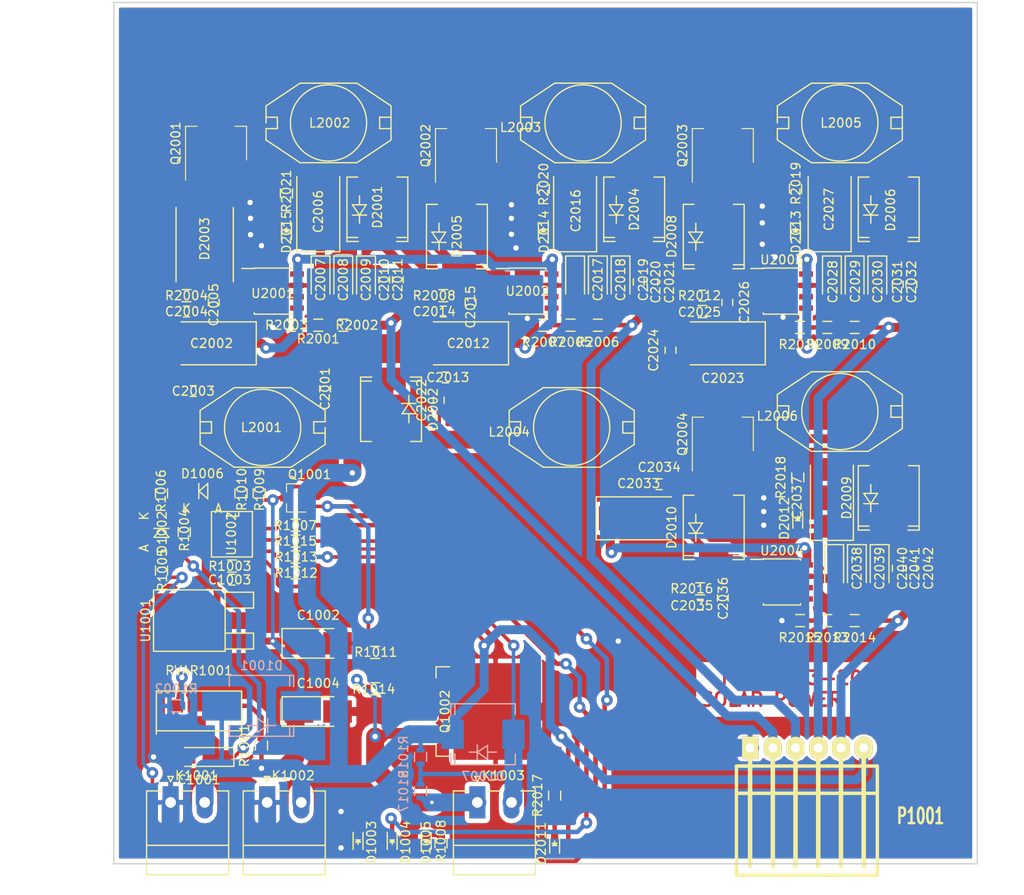
<source format=kicad_pcb>
(kicad_pcb (version 4) (host pcbnew 4.0.5+dfsg1-4)
  (layers (0 F.Cu signal) (31 B.Cu signal hide) (34 B.Paste user) (35 F.Paste user) (36 B.SilkS user hide) (37 F.SilkS user) (38 B.Mask user) (39 F.Mask user) (44 Edge.Cuts user))
  (net 0 "")
  (net 1 "Net-(C1001-Pad1)")
  (net 2 GND)
  (net 3 "Net-(C1002-Pad1)")
  (net 4 "Net-(C1003-Pad1)")
  (net 5 "Net-(D1002-Pad1)")
  (net 6 "Net-(D1002-Pad2)")
  (net 7 "Net-(D1003-Pad1)")
  (net 8 "Net-(D1004-Pad1)")
  (net 9 "Net-(D1005-Pad1)")
  (net 10 "Net-(D1006-Pad2)")
  (net 11 "Net-(D1007-Pad2)")
  (net 12 "Net-(K1003-Pad1)")
  (net 13 "Net-(Q1001-Pad1)")
  (net 14 "Net-(Q1001-Pad2)")
  (net 15 "Net-(R1001-Pad2)")
  (net 16 "Net-(R1002-Pad1)")
  (net 17 "Net-(R1012-Pad1)")
  (net 18 "Net-(R1015-Pad1)")
  (net 19 "Net-(Q1002-Pad1)")
  (net 20 +BATT)
  (net 21 "Net-(C2014-Pad1)")
  (net 22 "Net-(C2015-Pad2)")
  (net 23 +3V3)
  (net 24 +5VD)
  (net 25 +5VA)
  (net 26 +12VA)
  (net 27 "Net-(D2003-Pad1)")
  (net 28 "Net-(D2005-Pad1)")
  (net 29 "Net-(D2009-Pad2)")
  (net 30 "Net-(D2011-Pad2)")
  (net 31 "Net-(D2012-Pad2)")
  (net 32 "Net-(D2013-Pad2)")
  (net 33 "Net-(D2014-Pad2)")
  (net 34 "Net-(D2015-Pad2)")
  (net 35 "Net-(R2009-Pad1)")
  (net 36 "Net-(R2013-Pad1)")
  (net 37 "Net-(U2001-Pad2)")
  (net 38 "Net-(U2001-Pad6)")
  (net 39 "Net-(U2002-Pad2)")
  (net 40 "Net-(U2002-Pad6)")
  (net 41 "Net-(U2003-Pad2)")
  (net 42 "Net-(U2003-Pad6)")
  (net 43 "Net-(U2004-Pad2)")
  (net 44 "Net-(U2004-Pad6)")
  (net 45 "Net-(C2002-Pad1)")
  (net 46 "Net-(C2004-Pad1)")
  (net 47 "Net-(C2005-Pad2)")
  (net 48 "Net-(C2023-Pad1)")
  (net 49 "Net-(C2025-Pad1)")
  (net 50 "Net-(C2026-Pad2)")
  (net 51 "Net-(C2035-Pad1)")
  (net 52 "Net-(C2036-Pad2)")
  (net 53 "Net-(D2001-Pad2)")
  (net 54 "Net-(D2004-Pad2)")
  (net 55 "Net-(D2006-Pad2)")
  (net 56 "Net-(D2008-Pad1)")
  (net 57 "Net-(D2010-Pad1)")
  (net 58 "Net-(R2001-Pad1)")
  (net 59 "Net-(R2001-Pad2)")
  (net 60 "Net-(R2005-Pad1)")
  (net 61 "Net-(R2005-Pad2)")
  (net 62 "Net-(R2009-Pad2)")
  (net 63 "Net-(R2013-Pad2)")
  (module TO_SOT_Packages_SMD:SOT-223 (layer F.Cu) (at 46.4058 62.992 90)
    (fp_text reference Q2001 (at 0 -4.5 90) (layer F.SilkS))
    (fp_text value IRLL3303)
    (pad 2 smd rect (at 3.15 0 90) (size 2 3.8) (layers F.Cu F.Paste F.Mask) (net 53 "Net-(D2001-Pad2)"))
    (pad 2 smd rect (at -3.15 0 90) (size 2 1.5) (layers F.Cu F.Paste F.Mask) (net 53 "Net-(D2001-Pad2)"))
    (pad 3 smd rect (at -3.15 2.3 90) (size 2 1.5) (layers F.Cu F.Paste F.Mask) (net 2 GND))
    (pad 1 smd rect (at -3.15 -2.3 90) (size 2 1.5) (layers F.Cu F.Paste F.Mask) (net 27 "Net-(D2003-Pad1)"))
  )
  (module Diodes_SMD:DO-214AB (layer F.Cu) (at 45.1358 73.66 90)
    (fp_text reference D2003 (at 0 0 90) (layer F.SilkS))
    (fp_text value MBRS130LT3G)
    (pad 2 smd rect (at 3.6 0 90) (size 2.6 3.2) (layers F.Cu F.Paste F.Mask) (net 2 GND))
    (pad 1 smd rect (at -3.6 0 90) (size 2.6 3.2) (layers F.Cu F.Paste F.Mask) (net 27 "Net-(D2003-Pad1)"))
  )
  (module Resistors_SMD:R_0603 (layer B.Cu) (at 69.2658 131.572 270)
    (fp_text reference R1016 (at 0 1.9 270) (layer B.SilkS) (effects (justify mirror)))
    (fp_text value 1M)
    (pad 1 smd rect (at -0.75 0 270) (size 0.5 0.9) (layers B.Cu B.Paste B.Mask) (net 20 +BATT))
    (pad 2 smd rect (at 0.75 0 270) (size 0.5 0.9) (layers B.Cu B.Paste B.Mask) (net 11 "Net-(D1007-Pad2)"))
  )
  (module Capacitors_Tantalum_SMD:Tantalum_Case-A_EIA-3216-18_Hand (layer F.Cu) (at 44.5008 131.572 180)
    (fp_text reference C1001 (at 0 -2.55 180) (layer F.SilkS))
    (fp_text value 1u/16V)
    (pad 1 smd rect (at -2 0 180) (size 3.2 1.5) (layers F.Cu F.Paste F.Mask) (net 1 "Net-(C1001-Pad1)"))
    (pad 2 smd rect (at 2 0 180) (size 3.2 1.5) (layers F.Cu F.Paste F.Mask) (net 2 GND))
  )
  (module Capacitors_Tantalum_SMD:Tantalum_Case-B_EIA-3528-21_Hand (layer F.Cu) (at 57.8358 118.872)
    (fp_text reference C1002 (at 0 -3.15) (layer F.SilkS))
    (fp_text value 47u/16V)
    (pad 1 smd rect (at -2.15 0) (size 3.2 2.5) (layers F.Cu F.Paste F.Mask) (net 3 "Net-(C1002-Pad1)"))
    (pad 2 smd rect (at 2.15 0) (size 3.2 2.5) (layers F.Cu F.Paste F.Mask) (net 2 GND))
  )
  (module Capacitors_SMD:C_0603 (layer F.Cu) (at 48.1838 111.76 180)
    (fp_text reference C1003 (at 0.254 -0.0127 180) (layer F.SilkS))
    (fp_text value 100n)
    (pad 1 smd rect (at -0.75 0 180) (size 0.8 0.75) (layers F.Cu F.Paste F.Mask) (net 4 "Net-(C1003-Pad1)"))
    (pad 2 smd rect (at 0.75 0 180) (size 0.8 0.75) (layers F.Cu F.Paste F.Mask) (net 2 GND))
  )
  (module Capacitors_Tantalum_SMD:Tantalum_Case-B_EIA-3528-21_Hand (layer F.Cu) (at 57.8358 126.492)
    (fp_text reference C1004 (at 0 -3.15) (layer F.SilkS))
    (fp_text value 22u/16V)
    (pad 1 smd rect (at -2.15 0) (size 3.2 2.5) (layers F.Cu F.Paste F.Mask) (net 20 +BATT))
    (pad 2 smd rect (at 2.15 0) (size 3.2 2.5) (layers F.Cu F.Paste F.Mask) (net 2 GND))
  )
  (module Diodes_SMD:SMC_Handsoldering (layer B.Cu) (at 51.4858 125.857 180)
    (fp_text reference D1001 (at 0 4.5 180) (layer B.SilkS) (effects (justify mirror)))
    (fp_text value 1N4002)
    (pad 1 smd rect (at -4.39928 0 90) (size 3.29946 4.50088) (layers B.Cu B.Paste B.Mask) (net 3 "Net-(C1002-Pad1)"))
    (pad 2 smd rect (at 4.39928 0 90) (size 3.29946 4.49834) (layers B.Cu B.Paste B.Mask) (net 20 +BATT))
  )
  (module Diodes_SMD:MiniMELF_Standard (layer F.Cu) (at 40.3098 106.426 270)
    (fp_text reference D1002 (at 0.0508 -0.0635 270) (layer F.SilkS))
    (fp_text value LL4148)
    (fp_text user K (at -1.8 1.95 270) (layer F.SilkS))
    (fp_text user A (at 1.8 1.95 270) (layer F.SilkS))
    (pad 1 smd rect (at -1.75006 0 270) (size 1.30048 1.69926) (layers F.Cu F.Paste F.Mask) (net 5 "Net-(D1002-Pad1)"))
    (pad 2 smd rect (at 1.75006 0 270) (size 1.30048 1.69926) (layers F.Cu F.Paste F.Mask) (net 6 "Net-(D1002-Pad2)"))
  )
  (module LEDs:LED_0603 (layer F.Cu) (at 62.2808 141.097 270)
    (fp_text reference D1003 (at 0 -1.5 270) (layer F.SilkS))
    (fp_text value LED)
    (pad 2 smd rect (at 0.7493 0 90) (size 0.79756 0.79756) (layers F.Cu F.Paste F.Mask) (net 2 GND))
    (pad 1 smd rect (at -0.7493 0 90) (size 0.79756 0.79756) (layers F.Cu F.Paste F.Mask) (net 7 "Net-(D1003-Pad1)"))
  )
  (module LEDs:LED_0603 (layer F.Cu) (at 66.0908 141.097 270)
    (fp_text reference D1004 (at 0 -1.5 270) (layer F.SilkS))
    (fp_text value LED)
    (pad 2 smd rect (at 0.7493 0 90) (size 0.79756 0.79756) (layers F.Cu F.Paste F.Mask) (net 2 GND))
    (pad 1 smd rect (at -0.7493 0 90) (size 0.79756 0.79756) (layers F.Cu F.Paste F.Mask) (net 8 "Net-(D1004-Pad1)"))
  )
  (module LEDs:LED_0603 (layer F.Cu) (at 69.9008 141.097 270)
    (fp_text reference D1005 (at 0.0254 0.0381 270) (layer F.SilkS))
    (fp_text value LED)
    (pad 2 smd rect (at 0.7493 0 90) (size 0.79756 0.79756) (layers F.Cu F.Paste F.Mask) (net 2 GND))
    (pad 1 smd rect (at -0.7493 0 90) (size 0.79756 0.79756) (layers F.Cu F.Paste F.Mask) (net 9 "Net-(D1005-Pad1)"))
  )
  (module Diodes_SMD:MiniMELF_Standard (layer F.Cu) (at 44.8818 101.854)
    (fp_text reference D1006 (at 0 -1.95) (layer F.SilkS))
    (fp_text value LL4148)
    (fp_text user K (at -1.8 1.95) (layer F.SilkS))
    (fp_text user A (at 1.8 1.95) (layer F.SilkS))
    (pad 1 smd rect (at -1.75006 0) (size 1.30048 1.69926) (layers F.Cu F.Paste F.Mask) (net 5 "Net-(D1002-Pad1)"))
    (pad 2 smd rect (at 1.75006 0) (size 1.30048 1.69926) (layers F.Cu F.Paste F.Mask) (net 10 "Net-(D1006-Pad2)"))
  )
  (module Diodes_SMD:SMC_Standard (layer B.Cu) (at 76.2508 129.032)
    (fp_text reference D1007 (at 0 4.7) (layer B.SilkS) (effects (justify mirror)))
    (fp_text value RS3K)
    (pad 1 smd rect (at -3.40106 0 270) (size 3.29946 2.49936) (layers B.Cu B.Paste B.Mask) (net 20 +BATT))
    (pad 2 smd rect (at 3.40106 0 270) (size 3.29946 2.49936) (layers B.Cu B.Paste B.Mask) (net 11 "Net-(D1007-Pad2)"))
  )
  (module TO_SOT_Packages_SMD:SOT-23 (layer F.Cu) (at 55.0418 102.616 180)
    (fp_text reference Q1001 (at -1.8161 2.6162 180) (layer F.SilkS))
    (fp_text value BC557)
    (pad 1 smd rect (at -1 -0.95 180) (size 0.9 0.8) (layers F.Cu F.Paste F.Mask) (net 13 "Net-(Q1001-Pad1)"))
    (pad 2 smd rect (at -1 0.95 180) (size 0.9 0.8) (layers F.Cu F.Paste F.Mask) (net 14 "Net-(Q1001-Pad2)"))
    (pad 3 smd rect (at 1 0 180) (size 0.9 0.8) (layers F.Cu F.Paste F.Mask) (net 3 "Net-(C1002-Pad1)"))
  )
  (module Resistors_SMD:R_0603 (layer F.Cu) (at 51.4858 130.302 90)
    (fp_text reference R1001 (at 0 -1.9 90) (layer F.SilkS))
    (fp_text value 22k)
    (pad 1 smd rect (at -0.75 0 90) (size 0.5 0.9) (layers F.Cu F.Paste F.Mask) (net 20 +BATT))
    (pad 2 smd rect (at 0.75 0 90) (size 0.5 0.9) (layers F.Cu F.Paste F.Mask) (net 15 "Net-(R1001-Pad2)"))
  )
  (module Resistors_SMD:R_0603 (layer B.Cu) (at 41.9608 125.857 180)
    (fp_text reference R1002 (at 0 1.9 180) (layer B.SilkS) (effects (justify mirror)))
    (fp_text value 12k)
    (pad 1 smd rect (at -0.75 0 180) (size 0.5 0.9) (layers B.Cu B.Paste B.Mask) (net 16 "Net-(R1002-Pad1)"))
    (pad 2 smd rect (at 0.75 0 180) (size 0.5 0.9) (layers B.Cu B.Paste B.Mask) (net 2 GND))
  )
  (module Resistors_SMD:R_0603 (layer F.Cu) (at 48.1838 110.236 180)
    (fp_text reference R1003 (at 0.2286 -0.0127 180) (layer F.SilkS))
    (fp_text value 100k)
    (pad 1 smd rect (at -0.75 0 180) (size 0.5 0.9) (layers F.Cu F.Paste F.Mask) (net 4 "Net-(C1003-Pad1)"))
    (pad 2 smd rect (at 0.75 0 180) (size 0.5 0.9) (layers F.Cu F.Paste F.Mask) (net 2 GND))
  )
  (module Resistors_SMD:R_0603 (layer F.Cu) (at 42.8498 106.426 270)
    (fp_text reference R1004 (at -0.2159 -0.0254 270) (layer F.SilkS))
    (fp_text value 330k)
    (pad 1 smd rect (at -0.75 0 270) (size 0.5 0.9) (layers F.Cu F.Paste F.Mask) (net 6 "Net-(D1002-Pad2)"))
    (pad 2 smd rect (at 0.75 0 270) (size 0.5 0.9) (layers F.Cu F.Paste F.Mask) (net 1 "Net-(C1001-Pad1)"))
  )
  (module Resistors_SMD:R_0603 (layer F.Cu) (at 40.3098 110.744 270)
    (fp_text reference R1005 (at -0.0762 -0.1016 270) (layer F.SilkS))
    (fp_text value 4.7k)
    (pad 1 smd rect (at -0.75 0 270) (size 0.5 0.9) (layers F.Cu F.Paste F.Mask) (net 6 "Net-(D1002-Pad2)"))
    (pad 2 smd rect (at 0.75 0 270) (size 0.5 0.9) (layers F.Cu F.Paste F.Mask) (net 7 "Net-(D1003-Pad1)"))
  )
  (module Resistors_SMD:R_0603 (layer F.Cu) (at 40.3098 102.108 90)
    (fp_text reference R1006 (at 0.2794 -0.0381 90) (layer F.SilkS))
    (fp_text value 8.2k)
    (pad 1 smd rect (at -0.75 0 90) (size 0.5 0.9) (layers F.Cu F.Paste F.Mask) (net 5 "Net-(D1002-Pad1)"))
    (pad 2 smd rect (at 0.75 0 90) (size 0.5 0.9) (layers F.Cu F.Paste F.Mask) (net 2 GND))
  )
  (module Resistors_SMD:R_0603 (layer F.Cu) (at 55.2958 105.664)
    (fp_text reference R1007 (at -0.0254 0.0381) (layer F.SilkS))
    (fp_text value 4.7k)
    (pad 1 smd rect (at -0.75 0) (size 0.5 0.9) (layers F.Cu F.Paste F.Mask) (net 10 "Net-(D1006-Pad2)"))
    (pad 2 smd rect (at 0.75 0) (size 0.5 0.9) (layers F.Cu F.Paste F.Mask) (net 8 "Net-(D1004-Pad1)"))
  )
  (module Resistors_SMD:R_0603 (layer F.Cu) (at 71.5518 141.224 90)
    (fp_text reference R1008 (at 0.2413 0 90) (layer F.SilkS))
    (fp_text value 4.7k)
    (pad 1 smd rect (at -0.75 0 90) (size 0.5 0.9) (layers F.Cu F.Paste F.Mask) (net 13 "Net-(Q1001-Pad1)"))
    (pad 2 smd rect (at 0.75 0 90) (size 0.5 0.9) (layers F.Cu F.Paste F.Mask) (net 9 "Net-(D1005-Pad1)"))
  )
  (module Resistors_SMD:R_0603 (layer F.Cu) (at 51.2318 102.108 270)
    (fp_text reference R1009 (at -0.4064 -0.0381 270) (layer F.SilkS))
    (fp_text value 1k)
    (pad 1 smd rect (at -0.75 0 270) (size 0.5 0.9) (layers F.Cu F.Paste F.Mask) (net 14 "Net-(Q1001-Pad2)"))
    (pad 2 smd rect (at 0.75 0 270) (size 0.5 0.9) (layers F.Cu F.Paste F.Mask) (net 3 "Net-(C1002-Pad1)"))
  )
  (module Resistors_SMD:R_0603 (layer F.Cu) (at 49.1998 102.108 270)
    (fp_text reference R1010 (at -0.4445 -0.0762 270) (layer F.SilkS))
    (fp_text value 8.2k)
    (pad 1 smd rect (at -0.75 0 270) (size 0.5 0.9) (layers F.Cu F.Paste F.Mask) (net 14 "Net-(Q1001-Pad2)"))
    (pad 2 smd rect (at 0.75 0 270) (size 0.5 0.9) (layers F.Cu F.Paste F.Mask) (net 5 "Net-(D1002-Pad1)"))
  )
  (module Resistors_SMD:R_0603 (layer F.Cu) (at 64.1858 119.888 180)
    (fp_text reference R1011 (at -0.0762 0.0254 180) (layer F.SilkS))
    (fp_text value 10k)
    (pad 1 smd rect (at -0.75 0 180) (size 0.5 0.9) (layers F.Cu F.Paste F.Mask) (net 19 "Net-(Q1002-Pad1)"))
    (pad 2 smd rect (at 0.75 0 180) (size 0.5 0.9) (layers F.Cu F.Paste F.Mask) (net 13 "Net-(Q1001-Pad1)"))
  )
  (module Resistors_SMD:R_0603 (layer F.Cu) (at 55.2958 110.998)
    (fp_text reference R1012 (at 0.0762 0.0127) (layer F.SilkS))
    (fp_text value 1M)
    (pad 1 smd rect (at -0.75 0) (size 0.5 0.9) (layers F.Cu F.Paste F.Mask) (net 17 "Net-(R1012-Pad1)"))
    (pad 2 smd rect (at 0.75 0) (size 0.5 0.9) (layers F.Cu F.Paste F.Mask) (net 10 "Net-(D1006-Pad2)"))
  )
  (module Resistors_SMD:R_0603 (layer F.Cu) (at 55.2958 109.22 180)
    (fp_text reference R1013 (at -0.0762 0 180) (layer F.SilkS))
    (fp_text value 100k)
    (pad 1 smd rect (at -0.75 0 180) (size 0.5 0.9) (layers F.Cu F.Paste F.Mask) (net 20 +BATT))
    (pad 2 smd rect (at 0.75 0 180) (size 0.5 0.9) (layers F.Cu F.Paste F.Mask) (net 17 "Net-(R1012-Pad1)"))
  )
  (module Resistors_SMD:R_0603 (layer F.Cu) (at 64.1858 123.952)
    (fp_text reference R1014 (at -0.1524 0.0381) (layer F.SilkS))
    (fp_text value 100k)
    (pad 1 smd rect (at -0.75 0) (size 0.5 0.9) (layers F.Cu F.Paste F.Mask) (net 12 "Net-(K1003-Pad1)"))
    (pad 2 smd rect (at 0.75 0) (size 0.5 0.9) (layers F.Cu F.Paste F.Mask) (net 19 "Net-(Q1002-Pad1)"))
  )
  (module Resistors_SMD:R_0603 (layer F.Cu) (at 55.2958 107.442)
    (fp_text reference R1015 (at -0.0254 0) (layer F.SilkS))
    (fp_text value 100k)
    (pad 1 smd rect (at -0.75 0) (size 0.5 0.9) (layers F.Cu F.Paste F.Mask) (net 18 "Net-(R1015-Pad1)"))
    (pad 2 smd rect (at 0.75 0) (size 0.5 0.9) (layers F.Cu F.Paste F.Mask) (net 11 "Net-(D1007-Pad2)"))
  )
  (module Resistors_SMD:R_0603 (layer B.Cu) (at 69.2658 135.382 270)
    (fp_text reference R1017 (at 0 1.9 270) (layer B.SilkS) (effects (justify mirror)))
    (fp_text value 220k)
    (pad 1 smd rect (at -0.75 0 270) (size 0.5 0.9) (layers B.Cu B.Paste B.Mask) (net 11 "Net-(D1007-Pad2)"))
    (pad 2 smd rect (at 0.75 0 270) (size 0.5 0.9) (layers B.Cu B.Paste B.Mask) (net 12 "Net-(K1003-Pad1)"))
  )
  (module Potentiometers:Potentiometer_Trimmer-Suntan-TSR-3386C (layer F.Cu) (at 41.9608 127.762)
    (fp_text reference RVAR1001 (at 2.54 -5.842) (layer F.SilkS))
    (fp_text value "10k multi")
    (pad 3 smd rect (at 5.08 -1.905) (size 1.51 1.51) (layers F.Cu F.Paste F.Mask) (net 15 "Net-(R1001-Pad2)"))
    (pad 1 smd rect (at 0 -1.905) (size 1.51 1.51) (layers F.Cu F.Paste F.Mask) (net 16 "Net-(R1002-Pad1)"))
    (pad 2 smd rect (at 2.54 0) (size 1.51 1.51) (layers F.Cu F.Paste F.Mask) (net 1 "Net-(C1001-Pad1)"))
  )
  (module SMD_Packages:SOIC-8-N (layer F.Cu) (at 48.1838 106.68 270)
    (fp_text reference U1002 (at -0.0381 0.0635 270) (layer F.SilkS))
    (fp_text value TL072)
    (pad 8 smd rect (at -1.905 -3.175 270) (size 0.508 1.143) (layers F.Cu F.Paste F.Mask) (net 3 "Net-(C1002-Pad1)"))
    (pad 7 smd rect (at -0.635 -3.175 270) (size 0.508 1.143) (layers F.Cu F.Paste F.Mask) (net 10 "Net-(D1006-Pad2)"))
    (pad 6 smd rect (at 0.635 -3.175 270) (size 0.508 1.143) (layers F.Cu F.Paste F.Mask) (net 18 "Net-(R1015-Pad1)"))
    (pad 5 smd rect (at 1.905 -3.175 270) (size 0.508 1.143) (layers F.Cu F.Paste F.Mask) (net 17 "Net-(R1012-Pad1)"))
    (pad 4 smd rect (at 1.905 3.175 270) (size 0.508 1.143) (layers F.Cu F.Paste F.Mask) (net 2 GND))
    (pad 3 smd rect (at 0.635 3.175 270) (size 0.508 1.143) (layers F.Cu F.Paste F.Mask) (net 1 "Net-(C1001-Pad1)"))
    (pad 2 smd rect (at -0.635 3.175 270) (size 0.508 1.143) (layers F.Cu F.Paste F.Mask) (net 4 "Net-(C1003-Pad1)"))
    (pad 1 smd rect (at -1.905 3.175 270) (size 0.508 1.143) (layers F.Cu F.Paste F.Mask) (net 6 "Net-(D1002-Pad2)"))
  )
  (module Connectors_Phoenix:PhoenixContact_MC-G_02x3.81mm_Angled (layer F.Cu) (at 75.6158 136.652)
    (fp_text reference K1003 (at 2.905 -3) (layer F.SilkS))
    (fp_text value CONN_2)
    (pad 1 thru_hole rect (at 0 0) (size 1.8 3.6) (drill 1.2) (layers *.Cu *.Mask) (net 12 "Net-(K1003-Pad1)"))
    (pad 2 thru_hole oval (at 3.81 0) (size 1.8 3.6) (drill 1.2) (layers *.Cu *.Mask) (net 11 "Net-(D1007-Pad2)"))
  )
  (module Connectors_Phoenix:PhoenixContact_MC-G_02x3.81mm_Angled (layer F.Cu) (at 52.1208 136.652)
    (fp_text reference K1002 (at 2.905 -3) (layer F.SilkS))
    (fp_text value CONN_2)
    (pad 1 thru_hole rect (at 0 0) (size 1.8 3.6) (drill 1.2) (layers *.Cu *.Mask) (net 2 GND))
    (pad 2 thru_hole oval (at 3.81 0) (size 1.8 3.6) (drill 1.2) (layers *.Cu *.Mask) (net 20 +BATT))
  )
  (module Connectors_Phoenix:PhoenixContact_MC-G_02x3.81mm_Angled (layer F.Cu) (at 41.3258 136.652)
    (fp_text reference K1001 (at 2.905 -3) (layer F.SilkS))
    (fp_text value CONN_2)
    (pad 1 thru_hole rect (at 0 0) (size 1.8 3.6) (drill 1.2) (layers *.Cu *.Mask) (net 2 GND))
    (pad 2 thru_hole oval (at 3.81 0) (size 1.8 3.6) (drill 1.2) (layers *.Cu *.Mask) (net 20 +BATT))
  )
  (module TO_SOT_Packages_SMD:TO-252-2Lead (layer F.Cu) (at 48.9458 116.332 90)
    (fp_text reference U1001 (at 0 -10.414 90) (layer F.SilkS))
    (fp_text value 7805-)
    (pad 1 smd rect (at -2.286 0 90) (size 1.651 3.048) (layers F.Cu F.Paste F.Mask) (net 3 "Net-(C1002-Pad1)"))
    (pad 2 smd rect (at 0 -6.35 90) (size 6.096 6.096) (layers F.Cu F.Paste F.Mask) (net 2 GND))
    (pad 3 smd rect (at 2.286 0 90) (size 1.651 3.048) (layers F.Cu F.Paste F.Mask) (net 4 "Net-(C1003-Pad1)"))
  )
  (module TO_SOT_Packages_SMD:TO-263-3Lead (layer F.Cu) (at 73.0758 126.492)
    (fp_text reference Q1002 (at -1.075 0 90) (layer F.SilkS))
    (fp_text value 34N06L)
    (pad 2 smd rect (at -4.575 0) (size 4.6 1.39) (layers F.Cu F.Paste F.Mask) (net 2 GND))
    (pad 2 smd rect (at 4.575 0) (size 9.4 10.8) (layers F.Cu F.Paste F.Mask) (net 2 GND))
    (pad 3 smd rect (at -4.575 2.54) (size 4.6 1.39) (layers F.Cu F.Paste F.Mask) (net 12 "Net-(K1003-Pad1)"))
    (pad 1 smd rect (at -4.575 -2.54) (size 4.6 1.39) (layers F.Cu F.Paste F.Mask) (net 19 "Net-(Q1002-Pad1)"))
  )
  (module Capacitors_SMD:C_0603 (layer F.Cu) (at 58.5978 90.424 90)
    (fp_text reference C2001 (at 0 0 90) (layer F.SilkS))
    (fp_text value 47n)
    (pad 1 smd rect (at -0.75 0 90) (size 0.8 0.75) (layers F.Cu F.Paste F.Mask) (net 20 +BATT))
    (pad 2 smd rect (at 0.75 0 90) (size 0.8 0.75) (layers F.Cu F.Paste F.Mask) (net 2 GND))
  )
  (module Capacitors_SMD:C_0603 (layer F.Cu) (at 43.8658 90.678 180)
    (fp_text reference C2003 (at 0 0 180) (layer F.SilkS))
    (fp_text value 47n)
    (pad 1 smd rect (at -0.75 0 180) (size 0.8 0.75) (layers F.Cu F.Paste F.Mask) (net 45 "Net-(C2002-Pad1)"))
    (pad 2 smd rect (at 0.75 0 180) (size 0.8 0.75) (layers F.Cu F.Paste F.Mask) (net 2 GND))
  )
  (module Capacitors_SMD:C_0603 (layer F.Cu) (at 43.1038 81.788 180)
    (fp_text reference C2004 (at 0 0 180) (layer F.SilkS))
    (fp_text value 220p)
    (pad 1 smd rect (at -0.75 0 180) (size 0.8 0.75) (layers F.Cu F.Paste F.Mask) (net 46 "Net-(C2004-Pad1)"))
    (pad 2 smd rect (at 0.75 0 180) (size 0.8 0.75) (layers F.Cu F.Paste F.Mask) (net 2 GND))
  )
  (module Capacitors_SMD:C_0603 (layer F.Cu) (at 46.1518 80.772 90)
    (fp_text reference C2005 (at -0.254 0 90) (layer F.SilkS))
    (fp_text value 22n)
    (pad 1 smd rect (at -0.75 0 90) (size 0.8 0.75) (layers F.Cu F.Paste F.Mask) (net 46 "Net-(C2004-Pad1)"))
    (pad 2 smd rect (at 0.75 0 90) (size 0.8 0.75) (layers F.Cu F.Paste F.Mask) (net 47 "Net-(C2005-Pad2)"))
  )
  (module Capacitors_SMD:C_0603 (layer F.Cu) (at 65.2018 78.232 270)
    (fp_text reference C2010 (at 0 0 270) (layer F.SilkS))
    (fp_text value 100n)
    (pad 1 smd rect (at -0.75 0 270) (size 0.8 0.75) (layers F.Cu F.Paste F.Mask) (net 23 +3V3))
    (pad 2 smd rect (at 0.75 0 270) (size 0.8 0.75) (layers F.Cu F.Paste F.Mask) (net 2 GND))
  )
  (module Capacitors_SMD:C_0603 (layer F.Cu) (at 66.7258 78.232 270)
    (fp_text reference C2011 (at 0 0 270) (layer F.SilkS))
    (fp_text value 100n)
    (pad 1 smd rect (at -0.75 0 270) (size 0.8 0.75) (layers F.Cu F.Paste F.Mask) (net 23 +3V3))
    (pad 2 smd rect (at 0.75 0 270) (size 0.8 0.75) (layers F.Cu F.Paste F.Mask) (net 2 GND))
  )
  (module Capacitors_SMD:C_0603 (layer F.Cu) (at 72.0598 89.154 180)
    (fp_text reference C2013 (at -0.254 0 180) (layer F.SilkS))
    (fp_text value 47n)
    (pad 1 smd rect (at -0.75 0 180) (size 0.8 0.75) (layers F.Cu F.Paste F.Mask) (net 45 "Net-(C2002-Pad1)"))
    (pad 2 smd rect (at 0.75 0 180) (size 0.8 0.75) (layers F.Cu F.Paste F.Mask) (net 2 GND))
  )
  (module Capacitors_SMD:C_0603 (layer F.Cu) (at 71.8058 81.788 180)
    (fp_text reference C2014 (at 1.016 0 180) (layer F.SilkS))
    (fp_text value 220p)
    (pad 1 smd rect (at -0.75 0 180) (size 0.8 0.75) (layers F.Cu F.Paste F.Mask) (net 21 "Net-(C2014-Pad1)"))
    (pad 2 smd rect (at 0.75 0 180) (size 0.8 0.75) (layers F.Cu F.Paste F.Mask) (net 2 GND))
  )
  (module Capacitors_SMD:C_0603 (layer F.Cu) (at 74.8538 80.772 90)
    (fp_text reference C2015 (at -0.508 0 90) (layer F.SilkS))
    (fp_text value 22n)
    (pad 1 smd rect (at -0.75 0 90) (size 0.8 0.75) (layers F.Cu F.Paste F.Mask) (net 21 "Net-(C2014-Pad1)"))
    (pad 2 smd rect (at 0.75 0 90) (size 0.8 0.75) (layers F.Cu F.Paste F.Mask) (net 22 "Net-(C2015-Pad2)"))
  )
  (module Capacitors_SMD:C_0603 (layer F.Cu) (at 93.6498 78.486 270)
    (fp_text reference C2020 (at 0 -1.9 270) (layer F.SilkS))
    (fp_text value 100n)
    (pad 1 smd rect (at -0.75 0 270) (size 0.8 0.75) (layers F.Cu F.Paste F.Mask) (net 24 +5VD))
    (pad 2 smd rect (at 0.75 0 270) (size 0.8 0.75) (layers F.Cu F.Paste F.Mask) (net 2 GND))
  )
  (module Capacitors_SMD:C_0603 (layer F.Cu) (at 95.1738 78.486 270)
    (fp_text reference C2021 (at 0 -1.9 270) (layer F.SilkS))
    (fp_text value 100n)
    (pad 1 smd rect (at -0.75 0 270) (size 0.8 0.75) (layers F.Cu F.Paste F.Mask) (net 24 +5VD))
    (pad 2 smd rect (at 0.75 0 270) (size 0.8 0.75) (layers F.Cu F.Paste F.Mask) (net 2 GND))
  )
  (module Capacitors_SMD:C_0603 (layer F.Cu) (at 71.2978 91.694 90)
    (fp_text reference C2022 (at 0 -1.9 90) (layer F.SilkS))
    (fp_text value 47n)
    (pad 1 smd rect (at -0.75 0 90) (size 0.8 0.75) (layers F.Cu F.Paste F.Mask) (net 20 +BATT))
    (pad 2 smd rect (at 0.75 0 90) (size 0.8 0.75) (layers F.Cu F.Paste F.Mask) (net 2 GND))
  )
  (module Capacitors_SMD:C_0603 (layer F.Cu) (at 97.2058 86.106 90)
    (fp_text reference C2024 (at 0 -1.9 90) (layer F.SilkS))
    (fp_text value 47n)
    (pad 1 smd rect (at -0.75 0 90) (size 0.8 0.75) (layers F.Cu F.Paste F.Mask) (net 48 "Net-(C2023-Pad1)"))
    (pad 2 smd rect (at 0.75 0 90) (size 0.8 0.75) (layers F.Cu F.Paste F.Mask) (net 2 GND))
  )
  (module Capacitors_SMD:C_0603 (layer F.Cu) (at 100.7618 80.01 180)
    (fp_text reference C2025 (at 0.3302 -1.8415 180) (layer F.SilkS))
    (fp_text value 220p)
    (pad 1 smd rect (at -0.75 0 180) (size 0.8 0.75) (layers F.Cu F.Paste F.Mask) (net 49 "Net-(C2025-Pad1)"))
    (pad 2 smd rect (at 0.75 0 180) (size 0.8 0.75) (layers F.Cu F.Paste F.Mask) (net 2 GND))
  )
  (module Capacitors_SMD:C_0603 (layer F.Cu) (at 103.5558 80.772 270)
    (fp_text reference C2026 (at 0 -1.9 270) (layer F.SilkS))
    (fp_text value 22n)
    (pad 1 smd rect (at -0.75 0 270) (size 0.8 0.75) (layers F.Cu F.Paste F.Mask) (net 49 "Net-(C2025-Pad1)"))
    (pad 2 smd rect (at 0.75 0 270) (size 0.8 0.75) (layers F.Cu F.Paste F.Mask) (net 50 "Net-(C2026-Pad2)"))
  )
  (module Capacitors_SMD:C_0603 (layer F.Cu) (at 122.6058 78.74 270)
    (fp_text reference C2031 (at -0.2794 0.0381 270) (layer F.SilkS))
    (fp_text value 100n)
    (pad 1 smd rect (at -0.75 0 270) (size 0.8 0.75) (layers F.Cu F.Paste F.Mask) (net 25 +5VA))
    (pad 2 smd rect (at 0.75 0 270) (size 0.8 0.75) (layers F.Cu F.Paste F.Mask) (net 2 GND))
  )
  (module Capacitors_SMD:C_0603 (layer F.Cu) (at 124.1298 78.74 270)
    (fp_text reference C2032 (at -0.2794 -0.0127 270) (layer F.SilkS))
    (fp_text value 100n)
    (pad 1 smd rect (at -0.75 0 270) (size 0.8 0.75) (layers F.Cu F.Paste F.Mask) (net 25 +5VA))
    (pad 2 smd rect (at 0.75 0 270) (size 0.8 0.75) (layers F.Cu F.Paste F.Mask) (net 2 GND))
  )
  (module Capacitors_SMD:C_0603 (layer F.Cu) (at 95.9358 101.092)
    (fp_text reference C2034 (at 0 -1.9) (layer F.SilkS))
    (fp_text value 47n)
    (pad 1 smd rect (at -0.75 0) (size 0.8 0.75) (layers F.Cu F.Paste F.Mask) (net 48 "Net-(C2023-Pad1)"))
    (pad 2 smd rect (at 0.75 0) (size 0.8 0.75) (layers F.Cu F.Paste F.Mask) (net 2 GND))
  )
  (module Capacitors_SMD:C_0603 (layer F.Cu) (at 100.5078 114.554 180)
    (fp_text reference C2035 (at 0.9271 -0.1016 180) (layer F.SilkS))
    (fp_text value 220p)
    (pad 1 smd rect (at -0.75 0 180) (size 0.8 0.75) (layers F.Cu F.Paste F.Mask) (net 51 "Net-(C2035-Pad1)"))
    (pad 2 smd rect (at 0.75 0 180) (size 0.8 0.75) (layers F.Cu F.Paste F.Mask) (net 2 GND))
  )
  (module Capacitors_SMD:C_0603 (layer F.Cu) (at 103.0478 113.792 90)
    (fp_text reference C2036 (at -0.0508 0.0381 90) (layer F.SilkS))
    (fp_text value 22n)
    (pad 1 smd rect (at -0.75 0 90) (size 0.8 0.75) (layers F.Cu F.Paste F.Mask) (net 51 "Net-(C2035-Pad1)"))
    (pad 2 smd rect (at 0.75 0 90) (size 0.8 0.75) (layers F.Cu F.Paste F.Mask) (net 52 "Net-(C2036-Pad2)"))
  )
  (module Capacitors_SMD:C_0603 (layer F.Cu) (at 122.6058 110.49 270)
    (fp_text reference C2041 (at 0 -1.9 270) (layer F.SilkS))
    (fp_text value 100n)
    (pad 1 smd rect (at -0.75 0 270) (size 0.8 0.75) (layers F.Cu F.Paste F.Mask) (net 26 +12VA))
    (pad 2 smd rect (at 0.75 0 270) (size 0.8 0.75) (layers F.Cu F.Paste F.Mask) (net 2 GND))
  )
  (module Capacitors_SMD:C_0603 (layer F.Cu) (at 124.1298 110.49 270)
    (fp_text reference C2042 (at 0 -1.9 270) (layer F.SilkS))
    (fp_text value 100n)
    (pad 1 smd rect (at -0.75 0 270) (size 0.8 0.75) (layers F.Cu F.Paste F.Mask) (net 26 +12VA))
    (pad 2 smd rect (at 0.75 0 270) (size 0.8 0.75) (layers F.Cu F.Paste F.Mask) (net 2 GND))
  )
  (module Diodes_SMD:SMC_Standard (layer F.Cu) (at 64.4398 70.358 90)
    (fp_text reference D2001 (at 0.254 0 90) (layer F.SilkS))
    (fp_text value MBRS130LT3G)
    (pad 1 smd rect (at -3.40106 0 180) (size 3.29946 2.49936) (layers F.Cu F.Paste F.Mask) (net 23 +3V3))
    (pad 2 smd rect (at 3.40106 0 180) (size 3.29946 2.49936) (layers F.Cu F.Paste F.Mask) (net 53 "Net-(D2001-Pad2)"))
  )
  (module Diodes_SMD:SMC_Standard (layer F.Cu) (at 65.9638 92.71 270)
    (fp_text reference D2002 (at 0 -4.7 270) (layer F.SilkS))
    (fp_text value SMAJ36A)
    (pad 1 smd rect (at -3.40106 0) (size 3.29946 2.49936) (layers F.Cu F.Paste F.Mask) (net 2 GND))
    (pad 2 smd rect (at 3.40106 0) (size 3.29946 2.49936) (layers F.Cu F.Paste F.Mask) (net 20 +BATT))
  )
  (module Diodes_SMD:SMC_Standard (layer F.Cu) (at 93.1418 70.358 90)
    (fp_text reference D2004 (at 0 0 90) (layer F.SilkS))
    (fp_text value MBRS130LT3G)
    (pad 1 smd rect (at -3.40106 0 180) (size 3.29946 2.49936) (layers F.Cu F.Paste F.Mask) (net 24 +5VD))
    (pad 2 smd rect (at 3.40106 0 180) (size 3.29946 2.49936) (layers F.Cu F.Paste F.Mask) (net 54 "Net-(D2004-Pad2)"))
  )
  (module Diodes_SMD:SMC_Standard (layer F.Cu) (at 73.3298 73.406 90)
    (fp_text reference D2005 (at 0 0 90) (layer F.SilkS))
    (fp_text value MBRS130LT3G)
    (pad 1 smd rect (at -3.40106 0 180) (size 3.29946 2.49936) (layers F.Cu F.Paste F.Mask) (net 28 "Net-(D2005-Pad1)"))
    (pad 2 smd rect (at 3.40106 0 180) (size 3.29946 2.49936) (layers F.Cu F.Paste F.Mask) (net 2 GND))
  )
  (module Diodes_SMD:SMC_Standard (layer F.Cu) (at 121.5898 70.358 90)
    (fp_text reference D2006 (at -0.0762 0.2032 90) (layer F.SilkS))
    (fp_text value MBRS130LT3G)
    (pad 1 smd rect (at -3.40106 0 180) (size 3.29946 2.49936) (layers F.Cu F.Paste F.Mask) (net 25 +5VA))
    (pad 2 smd rect (at 3.40106 0 180) (size 3.29946 2.49936) (layers F.Cu F.Paste F.Mask) (net 55 "Net-(D2006-Pad2)"))
  )
  (module Diodes_SMD:SMC_Standard (layer F.Cu) (at 102.0318 73.406 90)
    (fp_text reference D2008 (at 0 -4.7 90) (layer F.SilkS))
    (fp_text value MBRS130LT3G)
    (pad 1 smd rect (at -3.40106 0 180) (size 3.29946 2.49936) (layers F.Cu F.Paste F.Mask) (net 56 "Net-(D2008-Pad1)"))
    (pad 2 smd rect (at 3.40106 0 180) (size 3.29946 2.49936) (layers F.Cu F.Paste F.Mask) (net 2 GND))
  )
  (module Diodes_SMD:SMC_Standard (layer F.Cu) (at 121.5898 102.616 90)
    (fp_text reference D2009 (at 0 -4.7 90) (layer F.SilkS))
    (fp_text value MBRS130LT3G)
    (pad 1 smd rect (at -3.40106 0 180) (size 3.29946 2.49936) (layers F.Cu F.Paste F.Mask) (net 26 +12VA))
    (pad 2 smd rect (at 3.40106 0 180) (size 3.29946 2.49936) (layers F.Cu F.Paste F.Mask) (net 29 "Net-(D2009-Pad2)"))
  )
  (module Diodes_SMD:SMC_Standard (layer F.Cu) (at 102.0318 105.918 90)
    (fp_text reference D2010 (at 0 -4.7 90) (layer F.SilkS))
    (fp_text value MBRS130LT3G)
    (pad 1 smd rect (at -3.40106 0 180) (size 3.29946 2.49936) (layers F.Cu F.Paste F.Mask) (net 57 "Net-(D2010-Pad1)"))
    (pad 2 smd rect (at 3.40106 0 180) (size 3.29946 2.49936) (layers F.Cu F.Paste F.Mask) (net 2 GND))
  )
  (module LEDs:LED_0603 (layer F.Cu) (at 84.2518 141.224 90)
    (fp_text reference D2011 (at 0 -1.5 90) (layer F.SilkS))
    (fp_text value LED)
    (pad 2 smd rect (at 0.7493 0 270) (size 0.79756 0.79756) (layers F.Cu F.Paste F.Mask) (net 30 "Net-(D2011-Pad2)"))
    (pad 1 smd rect (at -0.7493 0 270) (size 0.79756 0.79756) (layers F.Cu F.Paste F.Mask) (net 20 +BATT))
  )
  (module LEDs:LED_0603 (layer F.Cu) (at 111.4298 104.902 90)
    (fp_text reference D2012 (at 0 -1.5 90) (layer F.SilkS))
    (fp_text value LED)
    (pad 2 smd rect (at 0.7493 0 270) (size 0.79756 0.79756) (layers F.Cu F.Paste F.Mask) (net 31 "Net-(D2012-Pad2)"))
    (pad 1 smd rect (at -0.7493 0 270) (size 0.79756 0.79756) (layers F.Cu F.Paste F.Mask) (net 26 +12VA))
  )
  (module LEDs:LED_0603 (layer F.Cu) (at 111.1758 72.644 90)
    (fp_text reference D2013 (at -0.2413 0.0508 90) (layer F.SilkS))
    (fp_text value LED)
    (pad 2 smd rect (at 0.7493 0 270) (size 0.79756 0.79756) (layers F.Cu F.Paste F.Mask) (net 32 "Net-(D2013-Pad2)"))
    (pad 1 smd rect (at -0.7493 0 270) (size 0.79756 0.79756) (layers F.Cu F.Paste F.Mask) (net 25 +5VA))
  )
  (module LEDs:LED_0603 (layer F.Cu) (at 82.9818 72.644 90)
    (fp_text reference D2014 (at -0.2286 0.0889 90) (layer F.SilkS))
    (fp_text value LED)
    (pad 2 smd rect (at 0.7493 0 270) (size 0.79756 0.79756) (layers F.Cu F.Paste F.Mask) (net 33 "Net-(D2014-Pad2)"))
    (pad 1 smd rect (at -0.7493 0 270) (size 0.79756 0.79756) (layers F.Cu F.Paste F.Mask) (net 24 +5VD))
  )
  (module LEDs:LED_0603 (layer F.Cu) (at 54.2798 72.644 90)
    (fp_text reference D2015 (at -0.254 0 90) (layer F.SilkS))
    (fp_text value LED)
    (pad 2 smd rect (at 0.7493 0 270) (size 0.79756 0.79756) (layers F.Cu F.Paste F.Mask) (net 34 "Net-(D2015-Pad2)"))
    (pad 1 smd rect (at -0.7493 0 270) (size 0.79756 0.79756) (layers F.Cu F.Paste F.Mask) (net 23 +3V3))
  )
  (module f4deb-mod-library:Self_30_BiTech (layer F.Cu) (at 58.5978 94.742 180)
    (fp_text reference L2001 (at 7.112 0 180) (layer F.SilkS))
    (fp_text value 10µH/4.7A)
    (pad 1 smd rect (at 0 0 180) (size 4 4) (layers F.Cu F.Paste F.Mask) (net 20 +BATT))
    (pad 2 smd rect (at 13.97 0 180) (size 4 4) (layers F.Cu F.Paste F.Mask) (net 45 "Net-(C2002-Pad1)"))
  )
  (module f4deb-mod-library:Self_30_BiTech (layer F.Cu) (at 51.9938 60.706)
    (fp_text reference L2002 (at 7.112 0) (layer F.SilkS))
    (fp_text value 22µH/3.3A)
    (pad 1 smd rect (at 0 0) (size 4 4) (layers F.Cu F.Paste F.Mask) (net 27 "Net-(D2003-Pad1)"))
    (pad 2 smd rect (at 13.97 0) (size 4 4) (layers F.Cu F.Paste F.Mask) (net 53 "Net-(D2001-Pad2)"))
  )
  (module f4deb-mod-library:Self_30_BiTech (layer F.Cu) (at 80.4418 60.706)
    (fp_text reference L2003 (at 0 0.5) (layer F.SilkS))
    (fp_text value 22µH/3.3A)
    (pad 1 smd rect (at 0 0) (size 4 4) (layers F.Cu F.Paste F.Mask) (net 28 "Net-(D2005-Pad1)"))
    (pad 2 smd rect (at 13.97 0) (size 4 4) (layers F.Cu F.Paste F.Mask) (net 54 "Net-(D2004-Pad2)"))
  )
  (module f4deb-mod-library:Self_30_BiTech (layer F.Cu) (at 79.1718 94.742)
    (fp_text reference L2004 (at 0 0.5) (layer F.SilkS))
    (fp_text value 10µH/4.7A)
    (pad 1 smd rect (at 0 0) (size 4 4) (layers F.Cu F.Paste F.Mask) (net 20 +BATT))
    (pad 2 smd rect (at 13.97 0) (size 4 4) (layers F.Cu F.Paste F.Mask) (net 48 "Net-(C2023-Pad1)"))
  )
  (module f4deb-mod-library:Self_30_BiTech (layer F.Cu) (at 109.1438 60.706)
    (fp_text reference L2005 (at 7.112 0) (layer F.SilkS))
    (fp_text value 22µH/3.3A)
    (pad 1 smd rect (at 0 0) (size 4 4) (layers F.Cu F.Paste F.Mask) (net 56 "Net-(D2008-Pad1)"))
    (pad 2 smd rect (at 13.97 0) (size 4 4) (layers F.Cu F.Paste F.Mask) (net 55 "Net-(D2006-Pad2)"))
  )
  (module f4deb-mod-library:Self_30_BiTech (layer F.Cu) (at 109.1438 92.964)
    (fp_text reference L2006 (at 0 0.5) (layer F.SilkS))
    (fp_text value 22µH/3.3A)
    (pad 1 smd rect (at 0 0) (size 4 4) (layers F.Cu F.Paste F.Mask) (net 57 "Net-(D2010-Pad1)"))
    (pad 2 smd rect (at 13.97 0) (size 4 4) (layers F.Cu F.Paste F.Mask) (net 29 "Net-(D2009-Pad2)"))
  )
  (module TO_SOT_Packages_SMD:SOT-223 (layer F.Cu) (at 74.3458 63.246 90)
    (fp_text reference Q2002 (at 0 -4.5 90) (layer F.SilkS))
    (fp_text value IRLL3303)
    (pad 2 smd rect (at 3.15 0 90) (size 2 3.8) (layers F.Cu F.Paste F.Mask) (net 54 "Net-(D2004-Pad2)"))
    (pad 2 smd rect (at -3.15 0 90) (size 2 1.5) (layers F.Cu F.Paste F.Mask) (net 54 "Net-(D2004-Pad2)"))
    (pad 3 smd rect (at -3.15 2.3 90) (size 2 1.5) (layers F.Cu F.Paste F.Mask) (net 2 GND))
    (pad 1 smd rect (at -3.15 -2.3 90) (size 2 1.5) (layers F.Cu F.Paste F.Mask) (net 28 "Net-(D2005-Pad1)"))
  )
  (module TO_SOT_Packages_SMD:SOT-223 (layer F.Cu) (at 103.0478 63.246 90)
    (fp_text reference Q2003 (at 0 -4.5 90) (layer F.SilkS))
    (fp_text value IRLL3303)
    (pad 2 smd rect (at 3.15 0 90) (size 2 3.8) (layers F.Cu F.Paste F.Mask) (net 55 "Net-(D2006-Pad2)"))
    (pad 2 smd rect (at -3.15 0 90) (size 2 1.5) (layers F.Cu F.Paste F.Mask) (net 55 "Net-(D2006-Pad2)"))
    (pad 3 smd rect (at -3.15 2.3 90) (size 2 1.5) (layers F.Cu F.Paste F.Mask) (net 2 GND))
    (pad 1 smd rect (at -3.15 -2.3 90) (size 2 1.5) (layers F.Cu F.Paste F.Mask) (net 56 "Net-(D2008-Pad1)"))
  )
  (module TO_SOT_Packages_SMD:SOT-223 (layer F.Cu) (at 103.0478 95.504 90)
    (fp_text reference Q2004 (at 0 -4.5 90) (layer F.SilkS))
    (fp_text value Q_NMOS_GDSD)
    (pad 4 smd rect (at 3.15 0 90) (size 2 3.8) (layers F.Cu F.Paste F.Mask) (net 29 "Net-(D2009-Pad2)"))
    (pad 2 smd rect (at -3.15 0 90) (size 2 1.5) (layers F.Cu F.Paste F.Mask) (net 29 "Net-(D2009-Pad2)"))
    (pad 3 smd rect (at -3.15 2.3 90) (size 2 1.5) (layers F.Cu F.Paste F.Mask) (net 2 GND))
    (pad 1 smd rect (at -3.15 -2.3 90) (size 2 1.5) (layers F.Cu F.Paste F.Mask) (net 57 "Net-(D2010-Pad1)"))
  )
  (module Resistors_SMD:R_0603 (layer F.Cu) (at 57.8358 83.312 180)
    (fp_text reference R2001 (at 0 -1.524 180) (layer F.SilkS))
    (fp_text value 5k6)
    (pad 1 smd rect (at -0.75 0 180) (size 0.5 0.9) (layers F.Cu F.Paste F.Mask) (net 58 "Net-(R2001-Pad1)"))
    (pad 2 smd rect (at 0.75 0 180) (size 0.5 0.9) (layers F.Cu F.Paste F.Mask) (net 59 "Net-(R2001-Pad2)"))
  )
  (module Resistors_SMD:R_0603 (layer F.Cu) (at 60.6298 83.312 180)
    (fp_text reference R2002 (at -1.524 0 180) (layer F.SilkS))
    (fp_text value 0)
    (pad 1 smd rect (at -0.75 0 180) (size 0.5 0.9) (layers F.Cu F.Paste F.Mask) (net 23 +3V3))
    (pad 2 smd rect (at 0.75 0 180) (size 0.5 0.9) (layers F.Cu F.Paste F.Mask) (net 58 "Net-(R2001-Pad1)"))
  )
  (module Resistors_SMD:R_0603 (layer F.Cu) (at 54.7878 83.312 180)
    (fp_text reference R2003 (at 0.508 0 180) (layer F.SilkS))
    (fp_text value 3k3)
    (pad 1 smd rect (at -0.75 0 180) (size 0.5 0.9) (layers F.Cu F.Paste F.Mask) (net 59 "Net-(R2001-Pad2)"))
    (pad 2 smd rect (at 0.75 0 180) (size 0.5 0.9) (layers F.Cu F.Paste F.Mask) (net 2 GND))
  )
  (module Resistors_SMD:R_0603 (layer F.Cu) (at 43.1038 80.01 180)
    (fp_text reference R2004 (at 0 0 180) (layer F.SilkS))
    (fp_text value 4k7)
    (pad 1 smd rect (at -0.75 0 180) (size 0.5 0.9) (layers F.Cu F.Paste F.Mask) (net 47 "Net-(C2005-Pad2)"))
    (pad 2 smd rect (at 0.75 0 180) (size 0.5 0.9) (layers F.Cu F.Paste F.Mask) (net 2 GND))
  )
  (module Resistors_SMD:R_0603 (layer F.Cu) (at 86.0298 83.312 180)
    (fp_text reference R2005 (at 0 -1.9 180) (layer F.SilkS))
    (fp_text value 10k)
    (pad 1 smd rect (at -0.75 0 180) (size 0.5 0.9) (layers F.Cu F.Paste F.Mask) (net 60 "Net-(R2005-Pad1)"))
    (pad 2 smd rect (at 0.75 0 180) (size 0.5 0.9) (layers F.Cu F.Paste F.Mask) (net 61 "Net-(R2005-Pad2)"))
  )
  (module Resistors_SMD:R_0603 (layer F.Cu) (at 89.0778 83.312 180)
    (fp_text reference R2006 (at 0 -1.9 180) (layer F.SilkS))
    (fp_text value 1k)
    (pad 1 smd rect (at -0.75 0 180) (size 0.5 0.9) (layers F.Cu F.Paste F.Mask) (net 24 +5VD))
    (pad 2 smd rect (at 0.75 0 180) (size 0.5 0.9) (layers F.Cu F.Paste F.Mask) (net 60 "Net-(R2005-Pad1)"))
  )
  (module Resistors_SMD:R_0603 (layer F.Cu) (at 82.9818 83.312 180)
    (fp_text reference R2007 (at 0 -1.9 180) (layer F.SilkS))
    (fp_text value 3k3)
    (pad 1 smd rect (at -0.75 0 180) (size 0.5 0.9) (layers F.Cu F.Paste F.Mask) (net 61 "Net-(R2005-Pad2)"))
    (pad 2 smd rect (at 0.75 0 180) (size 0.5 0.9) (layers F.Cu F.Paste F.Mask) (net 2 GND))
  )
  (module Resistors_SMD:R_0603 (layer F.Cu) (at 71.8058 80.01 180)
    (fp_text reference R2008 (at 1.016 0 180) (layer F.SilkS))
    (fp_text value 4k7)
    (pad 1 smd rect (at -0.75 0 180) (size 0.5 0.9) (layers F.Cu F.Paste F.Mask) (net 22 "Net-(C2015-Pad2)"))
    (pad 2 smd rect (at 0.75 0 180) (size 0.5 0.9) (layers F.Cu F.Paste F.Mask) (net 2 GND))
  )
  (module Resistors_SMD:R_0603 (layer F.Cu) (at 114.7318 83.566 180)
    (fp_text reference R2009 (at 0 -1.9 180) (layer F.SilkS))
    (fp_text value 10k)
    (pad 1 smd rect (at -0.75 0 180) (size 0.5 0.9) (layers F.Cu F.Paste F.Mask) (net 35 "Net-(R2009-Pad1)"))
    (pad 2 smd rect (at 0.75 0 180) (size 0.5 0.9) (layers F.Cu F.Paste F.Mask) (net 62 "Net-(R2009-Pad2)"))
  )
  (module Resistors_SMD:R_0603 (layer F.Cu) (at 117.7798 83.566 180)
    (fp_text reference R2010 (at 0 -1.9 180) (layer F.SilkS))
    (fp_text value 1k)
    (pad 1 smd rect (at -0.75 0 180) (size 0.5 0.9) (layers F.Cu F.Paste F.Mask) (net 25 +5VA))
    (pad 2 smd rect (at 0.75 0 180) (size 0.5 0.9) (layers F.Cu F.Paste F.Mask) (net 35 "Net-(R2009-Pad1)"))
  )
  (module Resistors_SMD:R_0603 (layer F.Cu) (at 111.6838 83.566 180)
    (fp_text reference R2011 (at 0 -1.9 180) (layer F.SilkS))
    (fp_text value 3k3)
    (pad 1 smd rect (at -0.75 0 180) (size 0.5 0.9) (layers F.Cu F.Paste F.Mask) (net 62 "Net-(R2009-Pad2)"))
    (pad 2 smd rect (at 0.75 0 180) (size 0.5 0.9) (layers F.Cu F.Paste F.Mask) (net 2 GND))
  )
  (module Resistors_SMD:R_0603 (layer F.Cu) (at 100.7618 81.788 180)
    (fp_text reference R2012 (at 0.3302 1.778 180) (layer F.SilkS))
    (fp_text value 4k7)
    (pad 1 smd rect (at -0.75 0 180) (size 0.5 0.9) (layers F.Cu F.Paste F.Mask) (net 50 "Net-(C2026-Pad2)"))
    (pad 2 smd rect (at 0.75 0 180) (size 0.5 0.9) (layers F.Cu F.Paste F.Mask) (net 2 GND))
  )
  (module Resistors_SMD:R_0603 (layer F.Cu) (at 114.7318 116.332 180)
    (fp_text reference R2013 (at 0 -1.9 180) (layer F.SilkS))
    (fp_text value 22k)
    (pad 1 smd rect (at -0.75 0 180) (size 0.5 0.9) (layers F.Cu F.Paste F.Mask) (net 36 "Net-(R2013-Pad1)"))
    (pad 2 smd rect (at 0.75 0 180) (size 0.5 0.9) (layers F.Cu F.Paste F.Mask) (net 63 "Net-(R2013-Pad2)"))
  )
  (module Resistors_SMD:R_0603 (layer F.Cu) (at 117.7798 116.332 180)
    (fp_text reference R2014 (at 0 -1.9 180) (layer F.SilkS))
    (fp_text value 2.2k)
    (pad 1 smd rect (at -0.75 0 180) (size 0.5 0.9) (layers F.Cu F.Paste F.Mask) (net 26 +12VA))
    (pad 2 smd rect (at 0.75 0 180) (size 0.5 0.9) (layers F.Cu F.Paste F.Mask) (net 36 "Net-(R2013-Pad1)"))
  )
  (module Resistors_SMD:R_0603 (layer F.Cu) (at 111.6838 116.332 180)
    (fp_text reference R2015 (at 0 -1.9 180) (layer F.SilkS))
    (fp_text value 2k7)
    (pad 1 smd rect (at -0.75 0 180) (size 0.5 0.9) (layers F.Cu F.Paste F.Mask) (net 63 "Net-(R2013-Pad2)"))
    (pad 2 smd rect (at 0.75 0 180) (size 0.5 0.9) (layers F.Cu F.Paste F.Mask) (net 2 GND))
  )
  (module Resistors_SMD:R_0603 (layer F.Cu) (at 100.5078 112.776 180)
    (fp_text reference R2016 (at 0.9271 0.0127 180) (layer F.SilkS))
    (fp_text value 4k7)
    (pad 1 smd rect (at -0.75 0 180) (size 0.5 0.9) (layers F.Cu F.Paste F.Mask) (net 52 "Net-(C2036-Pad2)"))
    (pad 2 smd rect (at 0.75 0 180) (size 0.5 0.9) (layers F.Cu F.Paste F.Mask) (net 2 GND))
  )
  (module Resistors_SMD:R_0603 (layer F.Cu) (at 84.2518 135.89 90)
    (fp_text reference R2017 (at 0 -1.9 90) (layer F.SilkS))
    (fp_text value 3.3k)
    (pad 1 smd rect (at -0.75 0 90) (size 0.5 0.9) (layers F.Cu F.Paste F.Mask) (net 30 "Net-(D2011-Pad2)"))
    (pad 2 smd rect (at 0.75 0 90) (size 0.5 0.9) (layers F.Cu F.Paste F.Mask) (net 2 GND))
  )
  (module Resistors_SMD:R_0603 (layer F.Cu) (at 111.4298 100.33 90)
    (fp_text reference R2018 (at 0 -1.9 90) (layer F.SilkS))
    (fp_text value 3.3k)
    (pad 1 smd rect (at -0.75 0 90) (size 0.5 0.9) (layers F.Cu F.Paste F.Mask) (net 31 "Net-(D2012-Pad2)"))
    (pad 2 smd rect (at 0.75 0 90) (size 0.5 0.9) (layers F.Cu F.Paste F.Mask) (net 2 GND))
  )
  (module Resistors_SMD:R_0603 (layer F.Cu) (at 111.1758 68.072 90)
    (fp_text reference R2019 (at 0.6096 0.0381 90) (layer F.SilkS))
    (fp_text value 1k)
    (pad 1 smd rect (at -0.75 0 90) (size 0.5 0.9) (layers F.Cu F.Paste F.Mask) (net 32 "Net-(D2013-Pad2)"))
    (pad 2 smd rect (at 0.75 0 90) (size 0.5 0.9) (layers F.Cu F.Paste F.Mask) (net 2 GND))
  )
  (module Resistors_SMD:R_0603 (layer F.Cu) (at 82.9818 68.072 90)
    (fp_text reference R2020 (at 0.508 0.0508 90) (layer F.SilkS))
    (fp_text value 1k)
    (pad 1 smd rect (at -0.75 0 90) (size 0.5 0.9) (layers F.Cu F.Paste F.Mask) (net 33 "Net-(D2014-Pad2)"))
    (pad 2 smd rect (at 0.75 0 90) (size 0.5 0.9) (layers F.Cu F.Paste F.Mask) (net 2 GND))
  )
  (module Resistors_SMD:R_0603 (layer F.Cu) (at 54.2798 68.58 90)
    (fp_text reference R2021 (at 0.254 0 90) (layer F.SilkS))
    (fp_text value 470)
    (pad 1 smd rect (at -0.75 0 90) (size 0.5 0.9) (layers F.Cu F.Paste F.Mask) (net 34 "Net-(D2015-Pad2)"))
    (pad 2 smd rect (at 0.75 0 90) (size 0.5 0.9) (layers F.Cu F.Paste F.Mask) (net 2 GND))
  )
  (module Housings_SOIC:SOIC-8_3.9x4.9mm_Pitch1.27mm (layer F.Cu) (at 52.7558 79.502)
    (fp_text reference U2001 (at 0 0.254) (layer F.SilkS))
    (fp_text value L5973D)
    (pad 1 smd rect (at -2.7 -1.905) (size 1.55 0.6) (layers F.Cu F.Paste F.Mask) (net 27 "Net-(D2003-Pad1)"))
    (pad 2 smd rect (at -2.7 -0.635) (size 1.55 0.6) (layers F.Cu F.Paste F.Mask) (net 37 "Net-(U2001-Pad2)"))
    (pad 3 smd rect (at -2.7 0.635) (size 1.55 0.6) (layers F.Cu F.Paste F.Mask) (net 2 GND))
    (pad 4 smd rect (at -2.7 1.905) (size 1.55 0.6) (layers F.Cu F.Paste F.Mask) (net 46 "Net-(C2004-Pad1)"))
    (pad 5 smd rect (at 2.7 1.905) (size 1.55 0.6) (layers F.Cu F.Paste F.Mask) (net 59 "Net-(R2001-Pad2)"))
    (pad 6 smd rect (at 2.7 0.635) (size 1.55 0.6) (layers F.Cu F.Paste F.Mask) (net 38 "Net-(U2001-Pad6)"))
    (pad 7 smd rect (at 2.7 -0.635) (size 1.55 0.6) (layers F.Cu F.Paste F.Mask) (net 2 GND))
    (pad 8 smd rect (at 2.7 -1.905) (size 1.55 0.6) (layers F.Cu F.Paste F.Mask) (net 45 "Net-(C2002-Pad1)"))
  )
  (module Housings_SOIC:SOIC-8_3.9x4.9mm_Pitch1.27mm (layer F.Cu) (at 81.2038 79.502)
    (fp_text reference U2002 (at 0 0) (layer F.SilkS))
    (fp_text value L5973D)
    (pad 1 smd rect (at -2.7 -1.905) (size 1.55 0.6) (layers F.Cu F.Paste F.Mask) (net 28 "Net-(D2005-Pad1)"))
    (pad 2 smd rect (at -2.7 -0.635) (size 1.55 0.6) (layers F.Cu F.Paste F.Mask) (net 39 "Net-(U2002-Pad2)"))
    (pad 3 smd rect (at -2.7 0.635) (size 1.55 0.6) (layers F.Cu F.Paste F.Mask) (net 2 GND))
    (pad 4 smd rect (at -2.7 1.905) (size 1.55 0.6) (layers F.Cu F.Paste F.Mask) (net 21 "Net-(C2014-Pad1)"))
    (pad 5 smd rect (at 2.7 1.905) (size 1.55 0.6) (layers F.Cu F.Paste F.Mask) (net 61 "Net-(R2005-Pad2)"))
    (pad 6 smd rect (at 2.7 0.635) (size 1.55 0.6) (layers F.Cu F.Paste F.Mask) (net 40 "Net-(U2002-Pad6)"))
    (pad 7 smd rect (at 2.7 -0.635) (size 1.55 0.6) (layers F.Cu F.Paste F.Mask) (net 2 GND))
    (pad 8 smd rect (at 2.7 -1.905) (size 1.55 0.6) (layers F.Cu F.Paste F.Mask) (net 45 "Net-(C2002-Pad1)"))
  )
  (module Housings_SOIC:SOIC-8_3.9x4.9mm_Pitch1.27mm (layer F.Cu) (at 109.6518 79.502)
    (fp_text reference U2003 (at 0 -3.5) (layer F.SilkS))
    (fp_text value L5973D)
    (pad 1 smd rect (at -2.7 -1.905) (size 1.55 0.6) (layers F.Cu F.Paste F.Mask) (net 56 "Net-(D2008-Pad1)"))
    (pad 2 smd rect (at -2.7 -0.635) (size 1.55 0.6) (layers F.Cu F.Paste F.Mask) (net 41 "Net-(U2003-Pad2)"))
    (pad 3 smd rect (at -2.7 0.635) (size 1.55 0.6) (layers F.Cu F.Paste F.Mask) (net 2 GND))
    (pad 4 smd rect (at -2.7 1.905) (size 1.55 0.6) (layers F.Cu F.Paste F.Mask) (net 49 "Net-(C2025-Pad1)"))
    (pad 5 smd rect (at 2.7 1.905) (size 1.55 0.6) (layers F.Cu F.Paste F.Mask) (net 62 "Net-(R2009-Pad2)"))
    (pad 6 smd rect (at 2.7 0.635) (size 1.55 0.6) (layers F.Cu F.Paste F.Mask) (net 42 "Net-(U2003-Pad6)"))
    (pad 7 smd rect (at 2.7 -0.635) (size 1.55 0.6) (layers F.Cu F.Paste F.Mask) (net 2 GND))
    (pad 8 smd rect (at 2.7 -1.905) (size 1.55 0.6) (layers F.Cu F.Paste F.Mask) (net 48 "Net-(C2023-Pad1)"))
  )
  (module Housings_SOIC:SOIC-8_3.9x4.9mm_Pitch1.27mm (layer F.Cu) (at 109.6518 112.014)
    (fp_text reference U2004 (at 0 -3.5) (layer F.SilkS))
    (fp_text value L5973D)
    (pad 1 smd rect (at -2.7 -1.905) (size 1.55 0.6) (layers F.Cu F.Paste F.Mask) (net 57 "Net-(D2010-Pad1)"))
    (pad 2 smd rect (at -2.7 -0.635) (size 1.55 0.6) (layers F.Cu F.Paste F.Mask) (net 43 "Net-(U2004-Pad2)"))
    (pad 3 smd rect (at -2.7 0.635) (size 1.55 0.6) (layers F.Cu F.Paste F.Mask) (net 2 GND))
    (pad 4 smd rect (at -2.7 1.905) (size 1.55 0.6) (layers F.Cu F.Paste F.Mask) (net 51 "Net-(C2035-Pad1)"))
    (pad 5 smd rect (at 2.7 1.905) (size 1.55 0.6) (layers F.Cu F.Paste F.Mask) (net 63 "Net-(R2013-Pad2)"))
    (pad 6 smd rect (at 2.7 0.635) (size 1.55 0.6) (layers F.Cu F.Paste F.Mask) (net 44 "Net-(U2004-Pad6)"))
    (pad 7 smd rect (at 2.7 -0.635) (size 1.55 0.6) (layers F.Cu F.Paste F.Mask) (net 2 GND))
    (pad 8 smd rect (at 2.7 -1.905) (size 1.55 0.6) (layers F.Cu F.Paste F.Mask) (net 48 "Net-(C2023-Pad1)"))
  )
  (module Capacitors_Tantalum_SMD:Tantalum_Case-D_EIA-7343-31_Reflow (layer F.Cu) (at 57.8358 70.358 90)
    (fp_text reference C2006 (at -0.254 0 90) (layer F.SilkS))
    (fp_text value CP)
    (pad 1 smd rect (at -3.175 0 90) (size 2.55 2.7) (layers F.Cu F.Paste F.Mask) (net 23 +3V3))
    (pad 2 smd rect (at 3.175 0 90) (size 2.55 2.7) (layers F.Cu F.Paste F.Mask) (net 2 GND))
  )
  (module Capacitors_Tantalum_SMD:Tantalum_Case-A_EIA-3216-18_Reflow (layer F.Cu) (at 58.0898 78.232 270)
    (fp_text reference C2007 (at 0 0 270) (layer F.SilkS))
    (fp_text value 100µ)
    (pad 1 smd rect (at -1.375 0 270) (size 1.95 1.5) (layers F.Cu F.Paste F.Mask) (net 23 +3V3))
    (pad 2 smd rect (at 1.375 0 270) (size 1.95 1.5) (layers F.Cu F.Paste F.Mask) (net 2 GND))
  )
  (module Capacitors_Tantalum_SMD:Tantalum_Case-A_EIA-3216-18_Reflow (layer F.Cu) (at 60.6298 78.232 270)
    (fp_text reference C2008 (at 0 0 270) (layer F.SilkS))
    (fp_text value 100µ)
    (pad 1 smd rect (at -1.375 0 270) (size 1.95 1.5) (layers F.Cu F.Paste F.Mask) (net 23 +3V3))
    (pad 2 smd rect (at 1.375 0 270) (size 1.95 1.5) (layers F.Cu F.Paste F.Mask) (net 2 GND))
  )
  (module Capacitors_Tantalum_SMD:Tantalum_Case-A_EIA-3216-18_Reflow (layer F.Cu) (at 63.1698 78.232 270)
    (fp_text reference C2009 (at 0 0 270) (layer F.SilkS))
    (fp_text value 100µ)
    (pad 1 smd rect (at -1.375 0 270) (size 1.95 1.5) (layers F.Cu F.Paste F.Mask) (net 23 +3V3))
    (pad 2 smd rect (at 1.375 0 270) (size 1.95 1.5) (layers F.Cu F.Paste F.Mask) (net 2 GND))
  )
  (module Capacitors_Tantalum_SMD:Tantalum_Case-D_EIA-7343-31_Reflow (layer F.Cu) (at 74.3458 85.344 180)
    (fp_text reference C2012 (at -0.254 0 180) (layer F.SilkS))
    (fp_text value 10µ/35V)
    (pad 1 smd rect (at -3.175 0 180) (size 2.55 2.7) (layers F.Cu F.Paste F.Mask) (net 45 "Net-(C2002-Pad1)"))
    (pad 2 smd rect (at 3.175 0 180) (size 2.55 2.7) (layers F.Cu F.Paste F.Mask) (net 2 GND))
  )
  (module Capacitors_Tantalum_SMD:Tantalum_Case-A_EIA-3216-18_Reflow (layer F.Cu) (at 86.5378 78.232 270)
    (fp_text reference C2017 (at 0 -2.55 270) (layer F.SilkS))
    (fp_text value 100µ)
    (pad 1 smd rect (at -1.375 0 270) (size 1.95 1.5) (layers F.Cu F.Paste F.Mask) (net 24 +5VD))
    (pad 2 smd rect (at 1.375 0 270) (size 1.95 1.5) (layers F.Cu F.Paste F.Mask) (net 2 GND))
  )
  (module Capacitors_Tantalum_SMD:Tantalum_Case-A_EIA-3216-18_Reflow (layer F.Cu) (at 89.0778 78.232 270)
    (fp_text reference C2018 (at 0 -2.55 270) (layer F.SilkS))
    (fp_text value 100µ)
    (pad 1 smd rect (at -1.375 0 270) (size 1.95 1.5) (layers F.Cu F.Paste F.Mask) (net 24 +5VD))
    (pad 2 smd rect (at 1.375 0 270) (size 1.95 1.5) (layers F.Cu F.Paste F.Mask) (net 2 GND))
  )
  (module Capacitors_Tantalum_SMD:Tantalum_Case-A_EIA-3216-18_Reflow (layer F.Cu) (at 91.6178 78.232 270)
    (fp_text reference C2019 (at 0 -2.55 270) (layer F.SilkS))
    (fp_text value 100µ)
    (pad 1 smd rect (at -1.375 0 270) (size 1.95 1.5) (layers F.Cu F.Paste F.Mask) (net 24 +5VD))
    (pad 2 smd rect (at 1.375 0 270) (size 1.95 1.5) (layers F.Cu F.Paste F.Mask) (net 2 GND))
  )
  (module Capacitors_Tantalum_SMD:Tantalum_Case-D_EIA-7343-31_Reflow (layer F.Cu) (at 103.0478 85.344 180)
    (fp_text reference C2023 (at 0 -3.9 180) (layer F.SilkS))
    (fp_text value 10µ/25V)
    (pad 1 smd rect (at -3.175 0 180) (size 2.55 2.7) (layers F.Cu F.Paste F.Mask) (net 48 "Net-(C2023-Pad1)"))
    (pad 2 smd rect (at 3.175 0 180) (size 2.55 2.7) (layers F.Cu F.Paste F.Mask) (net 2 GND))
  )
  (module Capacitors_Tantalum_SMD:Tantalum_Case-D_EIA-7343-31_Reflow (layer F.Cu) (at 114.9858 70.358 90)
    (fp_text reference C2027 (at -0.0254 -0.0762 90) (layer F.SilkS))
    (fp_text value CP)
    (pad 1 smd rect (at -3.175 0 90) (size 2.55 2.7) (layers F.Cu F.Paste F.Mask) (net 25 +5VA))
    (pad 2 smd rect (at 3.175 0 90) (size 2.55 2.7) (layers F.Cu F.Paste F.Mask) (net 2 GND))
  )
  (module Capacitors_Tantalum_SMD:Tantalum_Case-A_EIA-3216-18_Reflow (layer F.Cu) (at 115.2398 78.232 270)
    (fp_text reference C2028 (at 0.2286 -0.1016 270) (layer F.SilkS))
    (fp_text value 100µ)
    (pad 1 smd rect (at -1.375 0 270) (size 1.95 1.5) (layers F.Cu F.Paste F.Mask) (net 25 +5VA))
    (pad 2 smd rect (at 1.375 0 270) (size 1.95 1.5) (layers F.Cu F.Paste F.Mask) (net 2 GND))
  )
  (module Capacitors_Tantalum_SMD:Tantalum_Case-A_EIA-3216-18_Reflow (layer F.Cu) (at 117.7798 78.232 270)
    (fp_text reference C2029 (at 0.1905 -0.0762 270) (layer F.SilkS))
    (fp_text value 100µ)
    (pad 1 smd rect (at -1.375 0 270) (size 1.95 1.5) (layers F.Cu F.Paste F.Mask) (net 25 +5VA))
    (pad 2 smd rect (at 1.375 0 270) (size 1.95 1.5) (layers F.Cu F.Paste F.Mask) (net 2 GND))
  )
  (module Capacitors_Tantalum_SMD:Tantalum_Case-A_EIA-3216-18_Reflow (layer F.Cu) (at 120.3198 78.232 270)
    (fp_text reference C2030 (at 0.2286 -0.0508 270) (layer F.SilkS))
    (fp_text value 100µ)
    (pad 1 smd rect (at -1.375 0 270) (size 1.95 1.5) (layers F.Cu F.Paste F.Mask) (net 25 +5VA))
    (pad 2 smd rect (at 1.375 0 270) (size 1.95 1.5) (layers F.Cu F.Paste F.Mask) (net 2 GND))
  )
  (module Capacitors_Tantalum_SMD:Tantalum_Case-D_EIA-7343-31_Reflow (layer F.Cu) (at 115.2398 102.616 90)
    (fp_text reference C2037 (at 0 -3.9 90) (layer F.SilkS))
    (fp_text value CP)
    (pad 1 smd rect (at -3.175 0 90) (size 2.55 2.7) (layers F.Cu F.Paste F.Mask) (net 26 +12VA))
    (pad 2 smd rect (at 3.175 0 90) (size 2.55 2.7) (layers F.Cu F.Paste F.Mask) (net 2 GND))
  )
  (module Capacitors_Tantalum_SMD:Tantalum_Case-A_EIA-3216-18_Reflow (layer F.Cu) (at 115.4938 110.49 270)
    (fp_text reference C2038 (at 0 -2.55 270) (layer F.SilkS))
    (fp_text value 100µ)
    (pad 1 smd rect (at -1.375 0 270) (size 1.95 1.5) (layers F.Cu F.Paste F.Mask) (net 26 +12VA))
    (pad 2 smd rect (at 1.375 0 270) (size 1.95 1.5) (layers F.Cu F.Paste F.Mask) (net 2 GND))
  )
  (module Capacitors_Tantalum_SMD:Tantalum_Case-A_EIA-3216-18_Reflow (layer F.Cu) (at 118.0338 110.49 270)
    (fp_text reference C2039 (at 0 -2.55 270) (layer F.SilkS))
    (fp_text value 100µ)
    (pad 1 smd rect (at -1.375 0 270) (size 1.95 1.5) (layers F.Cu F.Paste F.Mask) (net 26 +12VA))
    (pad 2 smd rect (at 1.375 0 270) (size 1.95 1.5) (layers F.Cu F.Paste F.Mask) (net 2 GND))
  )
  (module Capacitors_Tantalum_SMD:Tantalum_Case-A_EIA-3216-18_Reflow (layer F.Cu) (at 120.5738 110.49 270)
    (fp_text reference C2040 (at 0 -2.55 270) (layer F.SilkS))
    (fp_text value 100µ)
    (pad 1 smd rect (at -1.375 0 270) (size 1.95 1.5) (layers F.Cu F.Paste F.Mask) (net 26 +12VA))
    (pad 2 smd rect (at 1.375 0 270) (size 1.95 1.5) (layers F.Cu F.Paste F.Mask) (net 2 GND))
  )
  (module Capacitors_Tantalum_SMD:Tantalum_Case-D_EIA-7343-31_Reflow (layer F.Cu) (at 93.6498 104.902)
    (fp_text reference C2033 (at 0 -3.9) (layer F.SilkS))
    (fp_text value 10µ/25V)
    (pad 1 smd rect (at -3.175 0) (size 2.55 2.7) (layers F.Cu F.Paste F.Mask) (net 48 "Net-(C2023-Pad1)"))
    (pad 2 smd rect (at 3.175 0) (size 2.55 2.7) (layers F.Cu F.Paste F.Mask) (net 2 GND))
  )
  (module Capacitors_Tantalum_SMD:Tantalum_Case-D_EIA-7343-31_Reflow (layer F.Cu) (at 46.1518 85.344 180)
    (fp_text reference C2002 (at 0.254 0 180) (layer F.SilkS))
    (fp_text value 10µ/35V)
    (pad 1 smd rect (at -3.175 0 180) (size 2.55 2.7) (layers F.Cu F.Paste F.Mask) (net 45 "Net-(C2002-Pad1)"))
    (pad 2 smd rect (at 3.175 0 180) (size 2.55 2.7) (layers F.Cu F.Paste F.Mask) (net 2 GND))
  )
  (module Capacitors_Tantalum_SMD:Tantalum_Case-D_EIA-7343-31_Reflow (layer F.Cu) (at 86.5378 70.358 90)
    (fp_text reference C2016 (at -0.1651 0.0762 90) (layer F.SilkS))
    (fp_text value CP)
    (pad 1 smd rect (at -3.175 0 90) (size 2.55 2.7) (layers F.Cu F.Paste F.Mask) (net 24 +5VD))
    (pad 2 smd rect (at 3.175 0 90) (size 2.55 2.7) (layers F.Cu F.Paste F.Mask) (net 2 GND))
  )
  (module f4deb-mod-library:KK-6-H (layer F.Cu) (at 123.8758 130.556 180)
    (fp_text reference P1001 (at -1.27 -7.62 180) (layer F.SilkS) (effects (font (size 1.73482 1.08712) (thickness 0.27178))))
    (fp_text value CONN_01X06 hide)
    (pad 4 thru_hole oval (at 10.16 0 180) (size 1.99898 2.5) (drill 1.00076) (layers *.Cu *.Mask F.SilkS) (net 25 +5VA))
    (pad 3 thru_hole oval (at 12.7 0 180) (size 1.99898 2.5) (drill 1.00076) (layers *.Cu *.Mask F.SilkS) (net 24 +5VD))
    (pad 2 thru_hole oval (at 15.24 0 180) (size 1.99898 2.5) (drill 1.00076) (layers *.Cu *.Mask F.SilkS) (net 23 +3V3))
    (pad 1 thru_hole rect (at 17.78 0 180) (size 1.80086 2.5) (drill 1.00076) (layers *.Cu *.Mask F.SilkS) (net 2 GND))
    (pad 5 thru_hole oval (at 7.62 0 180) (size 1.99898 2.5) (drill 1.00076) (layers *.Cu *.Mask F.SilkS) (net 26 +12VA))
    (pad 6 thru_hole oval (at 5.08 0 180) (size 1.99898 2.5) (drill 1.00076) (layers *.Cu *.Mask F.SilkS) (net 20 +BATT))
  )
  (gr_text "F4DEB 03-2017\nSOLAR POWER V0.10" (at 112.1918 123.952) (layer F.Cu) (effects (font (size 1.5 1.5) (thickness 0.3))))
  (gr_line (start 34.9758 143.51) (end 34.9758 47.244) (angle 90) (layer Edge.Cuts) (width 0.15))
  (gr_line (start 131.4958 143.51) (end 34.9758 143.51) (angle 90) (layer Edge.Cuts) (width 0.15))
  (gr_line (start 131.4958 47.244) (end 131.4958 143.51) (angle 90) (layer Edge.Cuts) (width 0.15))
  (gr_line (start 34.9758 47.244) (end 131.4958 47.244) (angle 90) (layer Edge.Cuts) (width 0.15))
  (segment (start 51.2318 123.444) (end 51.2318 128.778) (width 0.5) (layer B.Cu) (net 1))
  (segment (start 51.2318 128.778) (end 49.4538 130.556) (width 0.5) (layer B.Cu) (net 1))
  (segment (start 43.8658 110.236) (end 48.9458 115.316) (width 0.5) (layer B.Cu) (net 1))
  (segment (start 48.9458 121.158) (end 51.2318 123.444) (width 0.5) (layer B.Cu) (net 1))
  (segment (start 48.9458 115.316) (end 48.9458 121.158) (width 0.5) (layer B.Cu) (net 1))
  (segment (start 42.8498 107.176) (end 42.8498 109.22) (width 0.4) (layer F.Cu) (net 1))
  (via (at 43.8658 110.236) (size 1.3) (drill 0.6) (layers F.Cu B.Cu) (net 1))
  (segment (start 42.8498 109.22) (end 43.8658 110.236) (width 0.4) (layer F.Cu) (net 1))
  (segment (start 51.2318 123.444) (end 51.2318 126.492) (width 0.4) (layer B.Cu) (net 1))
  (segment (start 42.8498 107.176) (end 42.8498 107.176) (width 0.4) (layer F.Cu) (net 1))
  (segment (start 42.8498 107.176) (end 42.9888 107.315) (width 0.4) (layer F.Cu) (net 1))
  (segment (start 45.0088 107.315) (end 42.9888 107.315) (width 0.4) (layer F.Cu) (net 1))
  (segment (start 42.9888 107.315) (end 42.8498 107.176) (width 0.4) (layer F.Cu) (net 1))
  (segment (start 46.5008 131.572) (end 48.4378 131.572) (width 0.4) (layer F.Cu) (net 1))
  (segment (start 51.2318 128.778) (end 51.2318 126.492) (width 0.4) (layer B.Cu) (net 1))
  (segment (start 49.4538 130.556) (end 51.2318 128.778) (width 0.4) (layer B.Cu) (net 1))
  (via (at 49.4538 130.556) (size 1.3) (drill 0.6) (layers F.Cu B.Cu) (net 1))
  (segment (start 48.4378 131.572) (end 49.4538 130.556) (width 0.4) (layer F.Cu) (net 1))
  (segment (start 44.5008 127.762) (end 46.5008 129.762) (width 0.5) (layer F.Cu) (net 1))
  (segment (start 46.5008 129.762) (end 46.5008 131.572) (width 0.5) (layer F.Cu) (net 1))
  (segment (start 106.0958 130.556) (end 103.3018 130.556) (width 2) (layer B.Cu) (net 2))
  (via (at 91.3638 118.618) (size 1.3) (drill 0.6) (layers F.Cu B.Cu) (net 2))
  (segment (start 103.3018 130.556) (end 91.3638 118.618) (width 2) (layer B.Cu) (net 2))
  (segment (start 77.6508 126.492) (end 83.4898 126.492) (width 2) (layer F.Cu) (net 2))
  (segment (start 83.4898 126.492) (end 91.3638 118.618) (width 2) (layer F.Cu) (net 2))
  (segment (start 109.6518 112.776) (end 109.6518 116.332) (width 2) (layer F.Cu) (net 2))
  (via (at 109.6518 116.332) (size 1.3) (drill 0.6) (layers F.Cu B.Cu) (net 2))
  (segment (start 107.3658 118.618) (end 109.6518 116.332) (width 2) (layer F.Cu) (net 2))
  (segment (start 91.3638 118.618) (end 107.3658 118.618) (width 2) (layer F.Cu) (net 2))
  (segment (start 107.6198 102.616) (end 107.6198 70.15988) (width 2) (layer B.Cu) (net 2))
  (via (at 107.6198 102.616) (size 1.3) (drill 0.6) (layers F.Cu B.Cu) (net 2))
  (segment (start 107.6198 70.15988) (end 107.46486 70.00494) (width 2) (layer B.Cu) (net 2))
  (segment (start 79.4258 69.85) (end 50.4698 69.85) (width 2) (layer B.Cu) (net 2))
  (via (at 50.2158 69.596) (size 1.3) (drill 0.6) (layers F.Cu B.Cu) (net 2))
  (segment (start 50.4698 69.85) (end 50.2158 69.596) (width 2) (layer B.Cu) (net 2))
  (segment (start 107.46486 70.00494) (end 79.58074 70.00494) (width 2) (layer B.Cu) (net 2))
  (segment (start 79.58074 70.00494) (end 79.4258 69.85) (width 2) (layer B.Cu) (net 2))
  (via (at 79.4258 69.85) (size 1.3) (drill 0.6) (layers F.Cu B.Cu) (net 2))
  (via (at 107.6198 105.664) (size 1.3) (drill 0.6) (layers F.Cu B.Cu) (net 2))
  (via (at 107.6198 104.14) (size 1.3) (drill 0.6) (layers F.Cu B.Cu) (net 2))
  (via (at 109.7848 82.417) (size 1.3) (drill 0.6) (layers F.Cu B.Cu) (net 2))
  (segment (start 109.9058 82.55) (end 109.9058 82.538) (width 0.5) (layer B.Cu) (net 2))
  (segment (start 109.9058 82.538) (end 109.7848 82.417) (width 0.5) (layer B.Cu) (net 2))
  (via (at 108.8898 75.692) (size 1.3) (drill 0.6) (layers F.Cu B.Cu) (net 2))
  (via (at 107.46486 74.26706) (size 1.3) (drill 0.6) (layers F.Cu B.Cu) (net 2))
  (segment (start 107.46486 74.26706) (end 107.3658 74.168) (width 0.5) (layer B.Cu) (net 2))
  (via (at 107.46486 71.882) (size 1.3) (drill 0.6) (layers F.Cu B.Cu) (net 2))
  (segment (start 107.46486 71.882) (end 107.3658 71.882) (width 0.5) (layer B.Cu) (net 2))
  (via (at 107.46486 70.00494) (size 1.3) (drill 0.6) (layers F.Cu B.Cu) (net 2))
  (segment (start 107.46486 70.00494) (end 107.3658 70.104) (width 0.5) (layer B.Cu) (net 2))
  (segment (start 84.2518 135.14) (end 84.2518 133.093) (width 0.5) (layer F.Cu) (net 2))
  (segment (start 84.2518 133.093) (end 77.6508 126.492) (width 0.5) (layer F.Cu) (net 2))
  (segment (start 59.9858 118.872) (end 59.9858 126.492) (width 1) (layer F.Cu) (net 2))
  (segment (start 59.9858 118.872) (end 59.9858 116.196) (width 1) (layer F.Cu) (net 2))
  (segment (start 52.2478 116.332) (end 42.5958 116.332) (width 1) (layer F.Cu) (net 2))
  (segment (start 53.0098 115.57) (end 52.2478 116.332) (width 1) (layer F.Cu) (net 2))
  (segment (start 59.3598 115.57) (end 53.0098 115.57) (width 1) (layer F.Cu) (net 2))
  (segment (start 59.9858 116.196) (end 59.3598 115.57) (width 1) (layer F.Cu) (net 2))
  (segment (start 81.2038 82.55) (end 81.2038 83.566) (width 1) (layer F.Cu) (net 2))
  (via (at 81.2038 82.55) (size 1.3) (drill 0.6) (layers F.Cu B.Cu) (net 2))
  (segment (start 95.6818 84.582) (end 99.1108 84.582) (width 1) (layer F.Cu) (net 2))
  (segment (start 94.1578 86.106) (end 95.6818 84.582) (width 1) (layer F.Cu) (net 2))
  (segment (start 83.7438 86.106) (end 94.1578 86.106) (width 1) (layer F.Cu) (net 2))
  (segment (start 81.2038 83.566) (end 83.7438 86.106) (width 1) (layer F.Cu) (net 2))
  (segment (start 99.1108 84.582) (end 99.8728 85.344) (width 1) (layer F.Cu) (net 2))
  (segment (start 96.8248 104.902) (end 96.8248 109.855) (width 1) (layer F.Cu) (net 2))
  (segment (start 96.8248 109.855) (end 98.4758 111.506) (width 1) (layer F.Cu) (net 2))
  (segment (start 98.4758 111.506) (end 104.0638 111.506) (width 1) (layer F.Cu) (net 2))
  (segment (start 104.0638 111.506) (end 105.2068 112.649) (width 1) (layer F.Cu) (net 2))
  (segment (start 96.8248 104.902) (end 96.8248 109.601) (width 0.5) (layer F.Cu) (net 2))
  (segment (start 96.8248 109.601) (end 99.7578 112.534) (width 0.5) (layer F.Cu) (net 2))
  (segment (start 99.7578 112.534) (end 99.7578 112.776) (width 0.5) (layer F.Cu) (net 2))
  (segment (start 106.9518 112.649) (end 105.2068 112.649) (width 0.5) (layer F.Cu) (net 2))
  (segment (start 99.7578 112.256) (end 99.7578 112.776) (width 0.5) (layer F.Cu) (net 2))
  (segment (start 104.0638 111.506) (end 100.5078 111.506) (width 0.5) (layer F.Cu) (net 2))
  (segment (start 100.5078 111.506) (end 99.7578 112.256) (width 0.5) (layer F.Cu) (net 2))
  (segment (start 105.2068 112.649) (end 104.0638 111.506) (width 0.5) (layer F.Cu) (net 2))
  (segment (start 99.7578 114.554) (end 99.7578 112.776) (width 0.5) (layer F.Cu) (net 2))
  (segment (start 120.5738 111.865) (end 121.9808 111.865) (width 0.5) (layer F.Cu) (net 2))
  (segment (start 121.9808 111.865) (end 122.6058 111.24) (width 0.5) (layer F.Cu) (net 2))
  (segment (start 124.1298 111.24) (end 122.6058 111.24) (width 0.5) (layer F.Cu) (net 2))
  (segment (start 112.3518 111.379) (end 115.0078 111.379) (width 0.5) (layer F.Cu) (net 2))
  (segment (start 115.0078 111.379) (end 115.4938 111.865) (width 0.5) (layer F.Cu) (net 2))
  (segment (start 110.9338 116.332) (end 110.6678 116.332) (width 0.5) (layer F.Cu) (net 2))
  (segment (start 109.6518 115.316) (end 109.6518 112.776) (width 0.5) (layer F.Cu) (net 2))
  (segment (start 109.6518 112.776) (end 109.6518 112.649) (width 0.5) (layer F.Cu) (net 2))
  (segment (start 110.6678 116.332) (end 109.6518 115.316) (width 0.5) (layer F.Cu) (net 2))
  (segment (start 115.2398 99.441) (end 111.5688 99.441) (width 0.8) (layer F.Cu) (net 2))
  (segment (start 111.5688 99.441) (end 111.4298 99.58) (width 0.8) (layer F.Cu) (net 2))
  (segment (start 111.4298 99.58) (end 110.6558 99.58) (width 0.8) (layer F.Cu) (net 2))
  (segment (start 110.6558 99.58) (end 107.6198 102.616) (width 0.8) (layer F.Cu) (net 2))
  (segment (start 105.3478 98.654) (end 105.3478 100.344) (width 0.8) (layer F.Cu) (net 2))
  (segment (start 105.3478 100.344) (end 107.6198 102.616) (width 0.8) (layer F.Cu) (net 2))
  (segment (start 102.0318 102.51694) (end 107.52074 102.51694) (width 0.8) (layer F.Cu) (net 2))
  (segment (start 109.6518 108.966) (end 108.2548 107.569) (width 2) (layer F.Cu) (net 2))
  (segment (start 108.2548 107.569) (end 107.6198 106.934) (width 2) (layer F.Cu) (net 2))
  (segment (start 107.6198 106.934) (end 107.6198 105.664) (width 2) (layer F.Cu) (net 2))
  (segment (start 107.6198 105.664) (end 107.6198 104.14) (width 2) (layer F.Cu) (net 2))
  (segment (start 107.6198 104.14) (end 107.6198 102.616) (width 2) (layer F.Cu) (net 2))
  (segment (start 109.6518 108.966) (end 109.6518 112.649) (width 2) (layer F.Cu) (net 2))
  (segment (start 107.52074 102.51694) (end 107.6198 102.616) (width 0.8) (layer F.Cu) (net 2))
  (segment (start 60.6298 79.607) (end 63.1698 79.607) (width 1) (layer F.Cu) (net 2))
  (segment (start 58.0898 79.607) (end 60.6298 79.607) (width 1) (layer F.Cu) (net 2))
  (segment (start 117.7798 79.607) (end 120.3198 79.607) (width 1) (layer F.Cu) (net 2))
  (segment (start 115.2398 79.607) (end 117.7798 79.607) (width 1) (layer F.Cu) (net 2))
  (segment (start 89.0778 79.607) (end 91.6178 79.607) (width 1) (layer F.Cu) (net 2))
  (segment (start 86.5378 79.607) (end 89.0778 79.607) (width 1) (layer F.Cu) (net 2))
  (segment (start 118.0338 111.865) (end 120.5738 111.865) (width 1) (layer F.Cu) (net 2))
  (segment (start 115.4938 111.865) (end 118.0338 111.865) (width 1) (layer F.Cu) (net 2))
  (segment (start 106.9518 112.649) (end 109.6518 112.649) (width 0.5) (layer F.Cu) (net 2))
  (segment (start 109.6518 112.649) (end 109.5248 112.649) (width 0.5) (layer F.Cu) (net 2))
  (segment (start 109.5248 112.649) (end 110.7948 111.379) (width 0.5) (layer F.Cu) (net 2))
  (segment (start 110.7948 111.379) (end 112.3518 111.379) (width 0.5) (layer F.Cu) (net 2))
  (segment (start 102.0318 102.51694) (end 101.11486 102.51694) (width 0.8) (layer F.Cu) (net 2))
  (segment (start 96.6858 101.092) (end 96.6858 104.763) (width 0.8) (layer F.Cu) (net 2))
  (segment (start 96.6858 104.763) (end 96.8248 104.902) (width 0.8) (layer F.Cu) (net 2))
  (segment (start 109.7848 82.417) (end 109.7848 76.587) (width 2) (layer F.Cu) (net 2))
  (segment (start 109.7848 76.587) (end 108.8898 75.692) (width 2) (layer F.Cu) (net 2))
  (segment (start 108.8898 75.692) (end 107.46486 74.26706) (width 2) (layer F.Cu) (net 2))
  (segment (start 109.9058 79.502) (end 109.9058 76.708) (width 2) (layer F.Cu) (net 2))
  (segment (start 109.9058 76.708) (end 107.46486 74.26706) (width 2) (layer F.Cu) (net 2))
  (segment (start 107.46486 74.26706) (end 107.46486 71.882) (width 2) (layer F.Cu) (net 2))
  (segment (start 107.46486 71.882) (end 107.46486 70.00494) (width 2) (layer F.Cu) (net 2))
  (segment (start 99.8728 85.344) (end 97.2178 85.344) (width 0.5) (layer F.Cu) (net 2))
  (segment (start 97.2178 85.344) (end 97.2058 85.356) (width 0.5) (layer F.Cu) (net 2))
  (segment (start 100.0118 81.788) (end 100.0118 85.205) (width 0.8) (layer F.Cu) (net 2))
  (segment (start 100.0118 85.205) (end 99.8728 85.344) (width 0.8) (layer F.Cu) (net 2))
  (segment (start 105.3478 66.396) (end 105.3478 67.88788) (width 1) (layer F.Cu) (net 2))
  (segment (start 105.3478 67.88788) (end 107.46486 70.00494) (width 1) (layer F.Cu) (net 2))
  (segment (start 111.1758 67.322) (end 110.1478 67.322) (width 1) (layer F.Cu) (net 2))
  (segment (start 110.1478 67.322) (end 107.46486 70.00494) (width 1) (layer F.Cu) (net 2))
  (segment (start 107.46486 70.00494) (end 102.0318 70.00494) (width 1) (layer F.Cu) (net 2))
  (segment (start 114.9858 67.183) (end 111.3148 67.183) (width 1) (layer F.Cu) (net 2))
  (segment (start 111.3148 67.183) (end 111.1758 67.322) (width 1) (layer F.Cu) (net 2))
  (segment (start 102.0318 70.00494) (end 102.89286 70.00494) (width 1) (layer F.Cu) (net 2))
  (segment (start 105.3478 66.396) (end 110.2498 66.396) (width 0.5) (layer F.Cu) (net 2))
  (segment (start 110.2498 66.396) (end 111.1758 67.322) (width 0.5) (layer F.Cu) (net 2))
  (segment (start 111.3148 67.183) (end 111.1758 67.322) (width 0.5) (layer F.Cu) (net 2))
  (segment (start 120.3198 79.607) (end 122.4888 79.607) (width 0.5) (layer F.Cu) (net 2))
  (segment (start 122.4888 79.607) (end 122.6058 79.49) (width 0.5) (layer F.Cu) (net 2))
  (segment (start 122.6058 79.49) (end 124.1298 79.49) (width 0.5) (layer F.Cu) (net 2))
  (segment (start 112.3518 78.867) (end 114.4998 78.867) (width 0.5) (layer F.Cu) (net 2))
  (segment (start 114.4998 78.867) (end 115.2398 79.607) (width 0.5) (layer F.Cu) (net 2))
  (segment (start 109.2708 80.137) (end 109.2708 81.903) (width 0.5) (layer F.Cu) (net 2))
  (segment (start 109.2708 81.903) (end 109.7848 82.417) (width 0.5) (layer F.Cu) (net 2))
  (segment (start 109.7848 82.417) (end 110.9338 83.566) (width 0.5) (layer F.Cu) (net 2))
  (segment (start 106.9518 80.137) (end 109.2708 80.137) (width 0.5) (layer F.Cu) (net 2))
  (segment (start 110.5408 78.867) (end 112.3518 78.867) (width 0.5) (layer F.Cu) (net 2))
  (segment (start 109.2708 80.137) (end 109.9058 79.502) (width 0.5) (layer F.Cu) (net 2))
  (segment (start 109.9058 79.502) (end 110.5408 78.867) (width 0.5) (layer F.Cu) (net 2))
  (segment (start 100.0118 81.788) (end 100.0118 80.01) (width 0.5) (layer F.Cu) (net 2))
  (segment (start 65.9638 85.344) (end 65.9638 89.30894) (width 1) (layer F.Cu) (net 2))
  (segment (start 71.3098 89.154) (end 71.3098 90.932) (width 0.5) (layer F.Cu) (net 2))
  (segment (start 71.3098 90.932) (end 71.2978 90.944) (width 0.5) (layer F.Cu) (net 2))
  (segment (start 71.1708 85.344) (end 71.1708 89.015) (width 0.5) (layer F.Cu) (net 2))
  (segment (start 71.1708 89.015) (end 71.3098 89.154) (width 0.5) (layer F.Cu) (net 2))
  (segment (start 58.5978 89.674) (end 58.5978 85.344) (width 0.5) (layer F.Cu) (net 2))
  (segment (start 71.1708 85.344) (end 65.9638 85.344) (width 1) (layer F.Cu) (net 2))
  (segment (start 65.9638 85.344) (end 58.5978 85.344) (width 1) (layer F.Cu) (net 2))
  (segment (start 58.5978 85.344) (end 54.5338 85.344) (width 1) (layer F.Cu) (net 2))
  (segment (start 54.5338 85.344) (end 52.7558 83.566) (width 1) (layer F.Cu) (net 2))
  (via (at 52.7558 83.566) (size 1.3) (drill 0.6) (layers F.Cu B.Cu) (net 2))
  (segment (start 52.7558 83.566) (end 52.7558 82.042) (width 2) (layer F.Cu) (net 2))
  (segment (start 42.3538 81.788) (end 42.3538 84.721) (width 0.8) (layer F.Cu) (net 2))
  (segment (start 42.3538 84.721) (end 42.9768 85.344) (width 0.8) (layer F.Cu) (net 2))
  (segment (start 42.3538 80.01) (end 42.3538 81.788) (width 0.8) (layer F.Cu) (net 2))
  (segment (start 71.0558 81.788) (end 71.0558 85.229) (width 0.8) (layer F.Cu) (net 2))
  (segment (start 71.0558 85.229) (end 71.1708 85.344) (width 0.8) (layer F.Cu) (net 2))
  (segment (start 71.0558 80.01) (end 71.0558 81.788) (width 0.8) (layer F.Cu) (net 2))
  (segment (start 81.2038 82.55) (end 80.6958 82.55) (width 0.8) (layer F.Cu) (net 2))
  (segment (start 73.7108 82.804) (end 71.1708 85.344) (width 0.8) (layer F.Cu) (net 2))
  (segment (start 80.4418 82.804) (end 73.7108 82.804) (width 0.8) (layer F.Cu) (net 2))
  (segment (start 80.6958 82.55) (end 80.4418 82.804) (width 0.8) (layer F.Cu) (net 2))
  (segment (start 86.5378 67.183) (end 82.0928 67.183) (width 1) (layer F.Cu) (net 2))
  (segment (start 82.0928 67.183) (end 79.4258 69.85) (width 1) (layer F.Cu) (net 2))
  (segment (start 79.4258 69.85) (end 79.4258 70.104) (width 2) (layer F.Cu) (net 2))
  (segment (start 81.6998 67.322) (end 79.4258 69.596) (width 0.5) (layer F.Cu) (net 2))
  (segment (start 82.9818 67.322) (end 81.6998 67.322) (width 0.5) (layer F.Cu) (net 2))
  (segment (start 79.4258 69.596) (end 79.4258 69.85) (width 2) (layer F.Cu) (net 2))
  (via (at 79.9338 74.676) (size 1.3) (drill 0.6) (layers F.Cu B.Cu) (net 2))
  (segment (start 79.4258 74.168) (end 79.4258 73.152) (width 0.5) (layer F.Cu) (net 2))
  (via (at 79.4258 73.152) (size 1.3) (drill 0.6) (layers F.Cu B.Cu) (net 2))
  (via (at 79.4258 71.374) (size 1.3) (drill 0.6) (layers F.Cu B.Cu) (net 2))
  (segment (start 76.6458 66.396) (end 76.6458 67.324) (width 1) (layer F.Cu) (net 2))
  (segment (start 76.6458 67.324) (end 79.4258 70.104) (width 1) (layer F.Cu) (net 2))
  (segment (start 73.3298 70.00494) (end 79.32674 70.00494) (width 1) (layer F.Cu) (net 2))
  (segment (start 79.32674 70.00494) (end 79.4258 70.104) (width 1) (layer F.Cu) (net 2))
  (segment (start 79.32674 70.00494) (end 79.4258 70.104) (width 0.5) (layer F.Cu) (net 2))
  (segment (start 81.2038 79.248) (end 81.2038 82.55) (width 2) (layer F.Cu) (net 2))
  (segment (start 81.2038 82.55) (end 80.9498 82.296) (width 2) (layer F.Cu) (net 2))
  (segment (start 81.2038 79.248) (end 81.2038 75.946) (width 2) (layer F.Cu) (net 2))
  (segment (start 81.2038 75.946) (end 79.9338 74.676) (width 2) (layer F.Cu) (net 2))
  (segment (start 79.9338 74.676) (end 79.4258 74.168) (width 2) (layer F.Cu) (net 2))
  (segment (start 79.4258 74.168) (end 79.4258 71.374) (width 2) (layer F.Cu) (net 2))
  (segment (start 79.4258 71.374) (end 79.4258 70.104) (width 2) (layer F.Cu) (net 2))
  (segment (start 80.3148 80.137) (end 80.9498 80.772) (width 0.5) (layer F.Cu) (net 2))
  (segment (start 80.9498 80.772) (end 80.9498 82.296) (width 0.5) (layer F.Cu) (net 2))
  (segment (start 81.9658 83.312) (end 82.2318 83.312) (width 0.5) (layer F.Cu) (net 2))
  (segment (start 80.9498 82.296) (end 81.9658 83.312) (width 0.5) (layer F.Cu) (net 2))
  (segment (start 78.5038 80.137) (end 80.3148 80.137) (width 0.5) (layer F.Cu) (net 2))
  (segment (start 81.5848 78.867) (end 83.9038 78.867) (width 0.5) (layer F.Cu) (net 2))
  (segment (start 80.3148 80.137) (end 81.2038 79.248) (width 0.5) (layer F.Cu) (net 2))
  (segment (start 81.2038 79.248) (end 81.5848 78.867) (width 0.5) (layer F.Cu) (net 2))
  (segment (start 71.1708 85.344) (end 71.1708 81.903) (width 0.5) (layer F.Cu) (net 2))
  (segment (start 71.1708 81.903) (end 71.0558 81.788) (width 0.5) (layer F.Cu) (net 2))
  (segment (start 91.6178 79.607) (end 93.2788 79.607) (width 0.5) (layer F.Cu) (net 2))
  (segment (start 93.2788 79.607) (end 93.6498 79.236) (width 0.5) (layer F.Cu) (net 2))
  (segment (start 93.6498 79.236) (end 95.1738 79.236) (width 0.5) (layer F.Cu) (net 2))
  (segment (start 83.9038 78.867) (end 85.7978 78.867) (width 0.5) (layer F.Cu) (net 2))
  (segment (start 85.7978 78.867) (end 86.5378 79.607) (width 0.5) (layer F.Cu) (net 2))
  (segment (start 86.5378 67.183) (end 83.1208 67.183) (width 0.5) (layer F.Cu) (net 2))
  (segment (start 83.1208 67.183) (end 82.9818 67.322) (width 0.5) (layer F.Cu) (net 2))
  (segment (start 57.8358 67.183) (end 52.6288 67.183) (width 1) (layer F.Cu) (net 2))
  (segment (start 52.6288 67.183) (end 50.2158 69.596) (width 1) (layer F.Cu) (net 2))
  (segment (start 49.7518 70.06) (end 50.2158 69.596) (width 1) (layer F.Cu) (net 2))
  (segment (start 45.1358 70.06) (end 49.7518 70.06) (width 1) (layer F.Cu) (net 2))
  (segment (start 48.7058 68.086) (end 50.2158 69.596) (width 0.8) (layer F.Cu) (net 2))
  (segment (start 50.2598 69.64) (end 50.2158 69.596) (width 0.5) (layer F.Cu) (net 2))
  (segment (start 50.2598 69.64) (end 50.2598 70.06) (width 0.5) (layer F.Cu) (net 2))
  (segment (start 48.7058 68.086) (end 50.2158 69.596) (width 0.5) (layer F.Cu) (net 2))
  (segment (start 48.7058 66.142) (end 48.7058 68.086) (width 0.8) (layer F.Cu) (net 2))
  (segment (start 40.3098 101.092) (end 40.3098 91.694) (width 0.5) (layer F.Cu) (net 2))
  (segment (start 41.3258 90.678) (end 43.1158 90.678) (width 0.5) (layer F.Cu) (net 2))
  (segment (start 40.3098 91.694) (end 41.3258 90.678) (width 0.5) (layer F.Cu) (net 2))
  (segment (start 40.3098 101.092) (end 40.3098 101.358) (width 0.5) (layer F.Cu) (net 2))
  (via (at 50.2598 71.374) (size 1.3) (drill 0.6) (layers F.Cu B.Cu) (net 2))
  (segment (start 50.2598 71.374) (end 50.2158 71.374) (width 0.5) (layer B.Cu) (net 2))
  (segment (start 50.2598 73.152) (end 50.2598 73.196) (width 0.5) (layer F.Cu) (net 2))
  (via (at 50.2598 73.196) (size 1.3) (drill 0.6) (layers F.Cu B.Cu) (net 2))
  (segment (start 50.2598 73.196) (end 50.2158 73.152) (width 0.5) (layer B.Cu) (net 2))
  (via (at 51.4858 74.422) (size 1.3) (drill 0.6) (layers F.Cu B.Cu) (net 2))
  (segment (start 50.7238 82.296) (end 52.5018 82.296) (width 0.5) (layer F.Cu) (net 2))
  (segment (start 52.5018 82.296) (end 52.7558 82.042) (width 0.5) (layer F.Cu) (net 2))
  (segment (start 52.7558 76.708) (end 52.7558 75.692) (width 2) (layer F.Cu) (net 2))
  (segment (start 52.7558 78.867) (end 52.7558 76.708) (width 2) (layer F.Cu) (net 2))
  (segment (start 50.2598 73.152) (end 50.2598 71.374) (width 2) (layer F.Cu) (net 2))
  (segment (start 50.2598 71.374) (end 50.2598 70.06) (width 2) (layer F.Cu) (net 2))
  (segment (start 52.7558 75.692) (end 51.4858 74.422) (width 2) (layer F.Cu) (net 2))
  (segment (start 51.4858 74.422) (end 50.2598 73.196) (width 2) (layer F.Cu) (net 2))
  (segment (start 54.0378 83.312) (end 54.0258 83.312) (width 0.5) (layer F.Cu) (net 2))
  (segment (start 54.0258 83.312) (end 52.7558 82.042) (width 0.5) (layer F.Cu) (net 2))
  (segment (start 63.1698 79.607) (end 64.5768 79.607) (width 0.5) (layer F.Cu) (net 2))
  (segment (start 64.5768 79.607) (end 65.2018 78.982) (width 0.5) (layer F.Cu) (net 2))
  (segment (start 65.2018 78.982) (end 66.7258 78.982) (width 0.5) (layer F.Cu) (net 2))
  (segment (start 55.4558 78.867) (end 57.3498 78.867) (width 0.5) (layer F.Cu) (net 2))
  (segment (start 57.3498 78.867) (end 58.0898 79.607) (width 0.5) (layer F.Cu) (net 2))
  (segment (start 54.2798 67.83) (end 57.1888 67.83) (width 0.5) (layer F.Cu) (net 2))
  (segment (start 57.1888 67.83) (end 57.8358 67.183) (width 0.5) (layer F.Cu) (net 2))
  (segment (start 45.1358 70.06) (end 50.2598 70.06) (width 0.5) (layer F.Cu) (net 2))
  (segment (start 52.4898 67.83) (end 54.2798 67.83) (width 0.5) (layer F.Cu) (net 2))
  (segment (start 50.2598 70.06) (end 52.4898 67.83) (width 0.5) (layer F.Cu) (net 2))
  (segment (start 52.7558 78.867) (end 52.7558 82.042) (width 2) (layer F.Cu) (net 2))
  (segment (start 52.5018 82.816) (end 52.5018 82.55) (width 0.5) (layer F.Cu) (net 2))
  (segment (start 52.5018 82.55) (end 51.7398 81.788) (width 0.5) (layer F.Cu) (net 2))
  (segment (start 51.7398 80.137) (end 51.7398 79.756) (width 0.5) (layer F.Cu) (net 2))
  (segment (start 52.6288 78.867) (end 52.7558 78.867) (width 0.5) (layer F.Cu) (net 2))
  (segment (start 52.7558 78.867) (end 55.4558 78.867) (width 0.5) (layer F.Cu) (net 2))
  (segment (start 51.7398 79.756) (end 52.6288 78.867) (width 0.5) (layer F.Cu) (net 2))
  (segment (start 42.9768 85.344) (end 45.1358 85.344) (width 0.5) (layer F.Cu) (net 2))
  (segment (start 51.6128 80.137) (end 51.7398 80.137) (width 0.5) (layer F.Cu) (net 2))
  (segment (start 51.7398 80.137) (end 50.0558 80.137) (width 0.5) (layer F.Cu) (net 2))
  (segment (start 51.7398 80.01) (end 51.6128 80.137) (width 0.5) (layer F.Cu) (net 2))
  (segment (start 51.7398 81.788) (end 51.7398 80.01) (width 0.5) (layer F.Cu) (net 2))
  (segment (start 51.2318 82.296) (end 51.7398 81.788) (width 0.5) (layer F.Cu) (net 2))
  (segment (start 48.1838 82.296) (end 50.7238 82.296) (width 0.5) (layer F.Cu) (net 2))
  (segment (start 50.7238 82.296) (end 51.2318 82.296) (width 0.5) (layer F.Cu) (net 2))
  (segment (start 45.1358 85.344) (end 48.1838 82.296) (width 0.5) (layer F.Cu) (net 2))
  (segment (start 43.1158 90.678) (end 43.1158 85.483) (width 0.5) (layer F.Cu) (net 2))
  (segment (start 43.1158 85.483) (end 42.9768 85.344) (width 0.5) (layer F.Cu) (net 2))
  (segment (start 42.3538 84.721) (end 42.9768 85.344) (width 0.5) (layer F.Cu) (net 2))
  (segment (start 40.3098 101.358) (end 39.2818 101.358) (width 0.4) (layer F.Cu) (net 2))
  (segment (start 39.2818 101.358) (end 38.5318 102.108) (width 0.4) (layer F.Cu) (net 2))
  (segment (start 38.5318 102.108) (end 38.5318 113.792) (width 0.4) (layer F.Cu) (net 2))
  (segment (start 38.5318 113.792) (end 41.0718 116.332) (width 0.4) (layer F.Cu) (net 2))
  (segment (start 41.0718 116.332) (end 42.5958 116.332) (width 0.4) (layer F.Cu) (net 2))
  (segment (start 59.9858 126.492) (end 59.9858 127.118) (width 2) (layer F.Cu) (net 2))
  (segment (start 59.9858 127.118) (end 60.3758 127.508) (width 2) (layer F.Cu) (net 2))
  (segment (start 60.3758 127.508) (end 60.3758 137.668) (width 2) (layer F.Cu) (net 2))
  (via (at 60.3758 137.668) (size 1.3) (drill 0.6) (layers F.Cu B.Cu) (net 2))
  (segment (start 47.4218 111.252) (end 47.4218 110.248) (width 0.4) (layer F.Cu) (net 2))
  (segment (start 47.4218 110.248) (end 47.4338 110.236) (width 0.4) (layer F.Cu) (net 2))
  (segment (start 45.0088 111.252) (end 47.4218 111.252) (width 0.4) (layer F.Cu) (net 2))
  (segment (start 47.4218 111.252) (end 47.4338 111.252) (width 0.4) (layer F.Cu) (net 2))
  (segment (start 45.0088 108.585) (end 45.0088 111.252) (width 0.4) (layer F.Cu) (net 2))
  (segment (start 47.4338 111.252) (end 45.0088 111.252) (width 0.4) (layer F.Cu) (net 2))
  (segment (start 47.4338 110.236) (end 47.4338 111.76) (width 0.4) (layer F.Cu) (net 2))
  (segment (start 45.0088 111.252) (end 45.0088 113.919) (width 0.4) (layer F.Cu) (net 2))
  (segment (start 45.0088 113.919) (end 42.5958 116.332) (width 0.4) (layer F.Cu) (net 2))
  (segment (start 42.5958 116.332) (end 38.7858 120.142) (width 0.8) (layer F.Cu) (net 2))
  (segment (start 38.7858 120.142) (end 38.7858 130.937) (width 0.8) (layer F.Cu) (net 2))
  (segment (start 38.7858 130.937) (end 39.4208 131.572) (width 0.8) (layer F.Cu) (net 2))
  (segment (start 42.5958 116.332) (end 42.5958 117.602) (width 0.8) (layer F.Cu) (net 2))
  (segment (start 68.5008 126.492) (end 77.6508 126.492) (width 1) (layer F.Cu) (net 2))
  (segment (start 68.5008 126.492) (end 59.9858 126.492) (width 1) (layer F.Cu) (net 2))
  (segment (start 60.3758 141.732) (end 60.3758 137.668) (width 2) (layer B.Cu) (net 2))
  (segment (start 60.3758 126.882) (end 59.9858 126.492) (width 2) (layer F.Cu) (net 2))
  (segment (start 52.1208 141.732) (end 60.3758 141.732) (width 2) (layer B.Cu) (net 2))
  (segment (start 66.0908 141.8463) (end 69.9008 141.8463) (width 0.4) (layer F.Cu) (net 2))
  (segment (start 62.2808 141.8463) (end 66.0908 141.8463) (width 0.4) (layer F.Cu) (net 2))
  (segment (start 62.2808 141.8463) (end 62.1665 141.732) (width 0.4) (layer F.Cu) (net 2))
  (segment (start 62.1665 141.732) (end 60.3758 141.732) (width 0.4) (layer F.Cu) (net 2))
  (via (at 60.3758 141.732) (size 1.3) (drill 0.6) (layers F.Cu B.Cu) (net 2))
  (segment (start 42.5008 131.572) (end 39.4208 131.572) (width 0.5) (layer F.Cu) (net 2))
  (segment (start 39.4208 131.572) (end 41.3258 131.572) (width 0.5) (layer B.Cu) (net 2))
  (via (at 39.4208 131.572) (size 1.3) (drill 0.6) (layers F.Cu B.Cu) (net 2))
  (segment (start 41.2108 125.857) (end 41.3258 125.972) (width 0.5) (layer B.Cu) (net 2))
  (segment (start 41.3258 125.972) (end 41.3258 131.572) (width 0.5) (layer B.Cu) (net 2))
  (segment (start 41.3258 131.572) (end 41.3258 136.652) (width 0.5) (layer B.Cu) (net 2))
  (segment (start 41.3258 136.652) (end 41.3258 140.462) (width 2) (layer B.Cu) (net 2))
  (segment (start 52.1208 141.732) (end 52.1208 136.652) (width 2) (layer B.Cu) (net 2))
  (segment (start 42.5958 141.732) (end 52.1208 141.732) (width 2) (layer B.Cu) (net 2))
  (segment (start 41.3258 140.462) (end 42.5958 141.732) (width 2) (layer B.Cu) (net 2))
  (via (at 52.7558 102.858) (size 1.3) (drill 0.6) (layers F.Cu B.Cu) (net 3))
  (segment (start 52.7558 102.858) (end 52.7558 118.618) (width 0.4) (layer B.Cu) (net 3))
  (segment (start 51.2318 102.858) (end 52.7558 102.858) (width 0.4) (layer F.Cu) (net 3))
  (segment (start 52.7558 102.858) (end 52.7678 102.858) (width 0.4) (layer F.Cu) (net 3))
  (segment (start 53.0098 102.616) (end 54.0418 102.616) (width 0.4) (layer F.Cu) (net 3))
  (segment (start 52.7678 102.858) (end 53.0098 102.616) (width 0.4) (layer F.Cu) (net 3))
  (segment (start 51.3588 104.775) (end 51.3588 102.985) (width 0.4) (layer F.Cu) (net 3))
  (segment (start 51.3588 102.985) (end 51.2318 102.858) (width 0.4) (layer F.Cu) (net 3))
  (via (at 52.7558 118.618) (size 0.6) (drill 0.4) (layers F.Cu B.Cu) (net 3))
  (segment (start 55.88508 125.857) (end 55.88508 121.74728) (width 0.8) (layer B.Cu) (net 3))
  (segment (start 55.88508 121.74728) (end 52.7558 118.618) (width 0.8) (layer B.Cu) (net 3))
  (segment (start 48.9458 118.618) (end 52.7558 118.618) (width 0.8) (layer F.Cu) (net 3))
  (segment (start 52.7558 118.618) (end 55.0418 118.618) (width 0.8) (layer F.Cu) (net 3))
  (segment (start 48.9338 111.76) (end 48.9338 114.034) (width 0.4) (layer F.Cu) (net 4))
  (segment (start 48.9338 114.034) (end 48.9458 114.046) (width 0.4) (layer F.Cu) (net 4))
  (segment (start 48.9338 110.236) (end 48.9338 111.76) (width 0.4) (layer F.Cu) (net 4))
  (segment (start 48.9338 111.252) (end 48.9338 114.034) (width 0.4) (layer F.Cu) (net 4))
  (segment (start 45.0088 106.045) (end 46.1518 106.045) (width 0.4) (layer F.Cu) (net 4))
  (segment (start 48.9338 114.034) (end 48.9458 114.046) (width 0.4) (layer F.Cu) (net 4))
  (segment (start 46.1518 106.045) (end 47.0408 106.045) (width 0.4) (layer F.Cu) (net 4))
  (segment (start 48.1838 108.966) (end 48.9338 109.716) (width 0.4) (layer F.Cu) (net 4))
  (segment (start 48.1838 107.188) (end 48.1838 108.966) (width 0.4) (layer F.Cu) (net 4))
  (segment (start 47.0408 106.045) (end 48.1838 107.188) (width 0.4) (layer F.Cu) (net 4))
  (segment (start 48.9338 109.716) (end 48.9338 111.252) (width 0.4) (layer F.Cu) (net 4))
  (segment (start 40.3098 102.858) (end 42.12774 102.858) (width 0.4) (layer F.Cu) (net 5))
  (segment (start 42.12774 102.858) (end 43.13174 101.854) (width 0.4) (layer F.Cu) (net 5))
  (segment (start 49.1998 102.858) (end 48.4258 102.858) (width 0.4) (layer F.Cu) (net 5))
  (segment (start 48.4258 102.858) (end 47.9298 102.362) (width 0.4) (layer F.Cu) (net 5))
  (segment (start 47.9298 102.362) (end 47.9298 100.584) (width 0.4) (layer F.Cu) (net 5))
  (segment (start 47.9298 100.584) (end 47.4218 100.076) (width 0.4) (layer F.Cu) (net 5))
  (segment (start 47.4218 100.076) (end 43.8658 100.076) (width 0.4) (layer F.Cu) (net 5))
  (segment (start 43.8658 100.076) (end 43.13174 100.81006) (width 0.4) (layer F.Cu) (net 5))
  (segment (start 43.13174 100.81006) (end 43.13174 101.854) (width 0.4) (layer F.Cu) (net 5))
  (segment (start 40.3098 102.858) (end 40.3098 104.67594) (width 0.4) (layer F.Cu) (net 5))
  (segment (start 40.3098 108.17606) (end 40.3098 109.994) (width 0.4) (layer F.Cu) (net 6))
  (segment (start 42.8498 105.676) (end 42.5838 105.676) (width 0.4) (layer F.Cu) (net 6))
  (segment (start 42.5838 105.676) (end 40.3098 107.95) (width 0.4) (layer F.Cu) (net 6))
  (segment (start 40.3098 107.95) (end 40.3098 108.17606) (width 0.4) (layer F.Cu) (net 6))
  (segment (start 45.0088 104.775) (end 43.2308 104.775) (width 0.4) (layer F.Cu) (net 6))
  (segment (start 42.8498 105.156) (end 42.8498 105.676) (width 0.4) (layer F.Cu) (net 6))
  (segment (start 43.2308 104.775) (end 42.8498 105.156) (width 0.4) (layer F.Cu) (net 6))
  (segment (start 62.2808 140.3477) (end 39.4335 140.3477) (width 0.4) (layer F.Cu) (net 7))
  (segment (start 42.5838 111.494) (end 40.3098 111.494) (width 0.4) (layer F.Cu) (net 7))
  (segment (start 42.5958 111.506) (end 42.5838 111.494) (width 0.4) (layer F.Cu) (net 7))
  (via (at 42.5958 111.506) (size 1.3) (drill 0.6) (layers F.Cu B.Cu) (net 7))
  (segment (start 38.2778 115.824) (end 42.5958 111.506) (width 0.4) (layer B.Cu) (net 7))
  (segment (start 38.2778 132.334) (end 38.2778 115.824) (width 0.4) (layer B.Cu) (net 7))
  (segment (start 39.2938 133.35) (end 38.2778 132.334) (width 0.4) (layer B.Cu) (net 7))
  (via (at 39.2938 133.35) (size 1.3) (drill 0.6) (layers F.Cu B.Cu) (net 7))
  (segment (start 39.2938 140.208) (end 39.2938 133.35) (width 0.4) (layer F.Cu) (net 7))
  (segment (start 39.4335 140.3477) (end 39.2938 140.208) (width 0.4) (layer F.Cu) (net 7))
  (segment (start 56.0458 105.664) (end 69.0118 105.664) (width 0.5) (layer F.Cu) (net 8))
  (segment (start 66.0908 138.557) (end 66.0908 140.3477) (width 0.5) (layer F.Cu) (net 8))
  (segment (start 65.9638 138.43) (end 66.0908 138.557) (width 0.5) (layer F.Cu) (net 8))
  (via (at 65.9638 138.43) (size 1.3) (drill 0.6) (layers F.Cu B.Cu) (net 8))
  (segment (start 67.4878 139.954) (end 65.9638 138.43) (width 0.5) (layer B.Cu) (net 8))
  (segment (start 86.7918 139.954) (end 67.4878 139.954) (width 0.5) (layer B.Cu) (net 8))
  (segment (start 87.8078 138.938) (end 86.7918 139.954) (width 0.5) (layer B.Cu) (net 8))
  (via (at 87.8078 138.938) (size 1.3) (drill 0.6) (layers F.Cu B.Cu) (net 8))
  (segment (start 87.8078 126.746) (end 87.8078 138.938) (width 0.5) (layer F.Cu) (net 8))
  (segment (start 87.0458 125.984) (end 87.8078 126.746) (width 0.5) (layer F.Cu) (net 8))
  (via (at 87.0458 125.984) (size 1.3) (drill 0.6) (layers F.Cu B.Cu) (net 8))
  (segment (start 87.0458 122.682) (end 87.0458 125.984) (width 0.5) (layer B.Cu) (net 8))
  (segment (start 85.5218 121.158) (end 87.0458 122.682) (width 0.5) (layer B.Cu) (net 8))
  (via (at 85.5218 121.158) (size 1.3) (drill 0.6) (layers F.Cu B.Cu) (net 8))
  (segment (start 84.5058 121.158) (end 85.5218 121.158) (width 0.5) (layer F.Cu) (net 8))
  (segment (start 69.0118 105.664) (end 84.5058 121.158) (width 0.5) (layer F.Cu) (net 8))
  (segment (start 69.9008 140.3477) (end 71.4255 140.3477) (width 0.4) (layer F.Cu) (net 9))
  (segment (start 71.4255 140.3477) (end 71.5518 140.474) (width 0.4) (layer F.Cu) (net 9))
  (segment (start 56.0458 110.998) (end 56.0458 112.026) (width 0.4) (layer F.Cu) (net 10))
  (segment (start 56.0458 112.026) (end 55.5498 112.522) (width 0.4) (layer F.Cu) (net 10))
  (segment (start 46.63186 103.09606) (end 46.63186 101.854) (width 0.4) (layer F.Cu) (net 10))
  (segment (start 51.3588 106.045) (end 53.1368 106.045) (width 0.4) (layer F.Cu) (net 10))
  (segment (start 53.5178 105.664) (end 54.5458 105.664) (width 0.4) (layer F.Cu) (net 10))
  (segment (start 53.1368 106.045) (end 53.5178 105.664) (width 0.4) (layer F.Cu) (net 10))
  (segment (start 49.5808 109.093) (end 49.5808 106.045) (width 0.4) (layer F.Cu) (net 10))
  (segment (start 50.2158 109.728) (end 49.5808 109.093) (width 0.4) (layer F.Cu) (net 10))
  (segment (start 51.9938 109.728) (end 50.2158 109.728) (width 0.4) (layer F.Cu) (net 10))
  (segment (start 53.2638 110.998) (end 51.9938 109.728) (width 0.4) (layer F.Cu) (net 10))
  (segment (start 53.2638 112.268) (end 53.2638 110.998) (width 0.4) (layer F.Cu) (net 10))
  (segment (start 53.5178 112.522) (end 53.2638 112.268) (width 0.4) (layer F.Cu) (net 10))
  (segment (start 55.5498 112.522) (end 53.5178 112.522) (width 0.4) (layer F.Cu) (net 10))
  (segment (start 51.3588 106.045) (end 49.5808 106.045) (width 0.4) (layer F.Cu) (net 10))
  (segment (start 49.5808 106.045) (end 46.63186 103.09606) (width 0.4) (layer F.Cu) (net 10))
  (segment (start 56.0458 107.442) (end 67.9958 107.442) (width 0.4) (layer F.Cu) (net 11))
  (segment (start 79.65186 119.15394) (end 79.65186 129.032) (width 0.4) (layer B.Cu) (net 11))
  (segment (start 79.6798 119.126) (end 79.65186 119.15394) (width 0.4) (layer B.Cu) (net 11))
  (via (at 79.6798 119.126) (size 1.3) (drill 0.6) (layers F.Cu B.Cu) (net 11))
  (segment (start 67.9958 107.442) (end 79.6798 119.126) (width 0.4) (layer F.Cu) (net 11))
  (segment (start 69.2658 133.477) (end 79.65186 133.477) (width 0.5) (layer B.Cu) (net 11))
  (segment (start 79.65186 133.477) (end 78.7908 133.477) (width 0.5) (layer B.Cu) (net 11))
  (segment (start 78.7908 133.477) (end 79.65186 133.477) (width 0.5) (layer B.Cu) (net 11))
  (segment (start 69.2658 132.322) (end 69.2658 133.477) (width 0.5) (layer B.Cu) (net 11))
  (segment (start 69.2658 133.477) (end 69.2658 134.632) (width 0.5) (layer B.Cu) (net 11))
  (segment (start 79.4258 136.652) (end 79.65186 136.42594) (width 2) (layer B.Cu) (net 11))
  (segment (start 79.65186 136.42594) (end 79.65186 133.477) (width 2) (layer B.Cu) (net 11))
  (segment (start 79.65186 133.477) (end 79.65186 129.032) (width 2) (layer B.Cu) (net 11))
  (segment (start 64.1858 131.572) (end 64.1858 129.286) (width 2) (layer F.Cu) (net 12))
  (segment (start 68.5008 129.032) (end 64.4398 129.032) (width 1) (layer F.Cu) (net 12))
  (segment (start 64.4398 129.032) (end 64.1858 129.286) (width 1) (layer F.Cu) (net 12))
  (segment (start 63.1698 123.952) (end 62.1538 122.936) (width 0.4) (layer F.Cu) (net 12))
  (segment (start 63.1698 123.952) (end 63.4358 123.952) (width 0.4) (layer F.Cu) (net 12))
  (via (at 64.1858 129.286) (size 1.3) (drill 0.6) (layers F.Cu B.Cu) (net 12))
  (segment (start 64.1858 124.968) (end 64.1858 129.286) (width 0.4) (layer B.Cu) (net 12))
  (segment (start 62.1538 122.936) (end 64.1858 124.968) (width 0.4) (layer B.Cu) (net 12))
  (via (at 62.1538 122.936) (size 1.3) (drill 0.6) (layers F.Cu B.Cu) (net 12))
  (via (at 70.5358 136.652) (size 0.6) (drill 0.4) (layers F.Cu B.Cu) (net 12))
  (segment (start 64.1858 132.842) (end 67.9958 136.652) (width 2) (layer F.Cu) (net 12))
  (segment (start 67.9958 136.652) (end 70.5358 136.652) (width 2) (layer F.Cu) (net 12))
  (segment (start 68.5008 129.032) (end 65.4558 129.032) (width 1) (layer F.Cu) (net 12))
  (segment (start 64.1858 130.302) (end 64.1858 131.572) (width 1) (layer F.Cu) (net 12))
  (segment (start 65.4558 129.032) (end 64.1858 130.302) (width 1) (layer F.Cu) (net 12))
  (segment (start 64.1858 131.572) (end 64.1858 132.842) (width 2) (layer F.Cu) (net 12))
  (segment (start 70.5358 136.652) (end 75.6158 136.652) (width 2) (layer B.Cu) (net 12))
  (segment (start 75.6158 136.652) (end 69.9008 136.652) (width 0.5) (layer B.Cu) (net 12))
  (segment (start 69.7858 136.652) (end 69.2658 136.132) (width 0.5) (layer B.Cu) (net 12))
  (segment (start 69.9008 136.652) (end 69.7858 136.652) (width 0.5) (layer B.Cu) (net 12))
  (segment (start 75.7308 136.537) (end 75.6158 136.652) (width 0.5) (layer B.Cu) (net 12))
  (segment (start 75.7308 136.537) (end 75.6158 136.652) (width 0.8) (layer B.Cu) (net 12))
  (segment (start 90.0938 125.222) (end 90.0938 120.65) (width 0.5) (layer B.Cu) (net 13))
  (segment (start 90.0938 120.65) (end 87.8078 118.364) (width 0.5) (layer B.Cu) (net 13))
  (segment (start 71.5518 141.974) (end 81.6998 141.974) (width 0.5) (layer F.Cu) (net 13))
  (segment (start 73.0098 103.566) (end 58.8518 103.566) (width 0.5) (layer F.Cu) (net 13))
  (via (at 87.8078 118.364) (size 1.3) (drill 0.6) (layers F.Cu B.Cu) (net 13))
  (segment (start 87.8078 118.364) (end 73.0098 103.566) (width 0.5) (layer F.Cu) (net 13))
  (via (at 90.0938 125.222) (size 1.3) (drill 0.6) (layers F.Cu B.Cu) (net 13))
  (segment (start 89.8398 125.476) (end 90.0938 125.222) (width 0.5) (layer F.Cu) (net 13))
  (segment (start 89.8398 139.954) (end 89.8398 125.476) (width 0.5) (layer F.Cu) (net 13))
  (segment (start 86.5378 143.256) (end 89.8398 139.954) (width 0.5) (layer F.Cu) (net 13))
  (segment (start 82.9818 143.256) (end 86.5378 143.256) (width 0.5) (layer F.Cu) (net 13))
  (segment (start 81.6998 141.974) (end 82.9818 143.256) (width 0.5) (layer F.Cu) (net 13))
  (segment (start 58.8518 103.566) (end 61.0718 103.566) (width 0.5) (layer B.Cu) (net 13))
  (segment (start 63.4238 105.918) (end 63.4238 116.078) (width 0.5) (layer B.Cu) (net 13))
  (segment (start 61.0718 103.566) (end 63.4238 105.918) (width 0.5) (layer B.Cu) (net 13))
  (via (at 58.8518 103.566) (size 1.3) (drill 0.6) (layers F.Cu B.Cu) (net 13))
  (via (at 63.4238 116.078) (size 1.3) (drill 0.6) (layers F.Cu B.Cu) (net 13))
  (segment (start 63.4238 116.078) (end 63.4358 116.078) (width 0.4) (layer F.Cu) (net 13))
  (segment (start 63.4358 116.078) (end 63.4238 116.078) (width 0.4) (layer F.Cu) (net 13))
  (segment (start 63.4238 116.078) (end 63.4358 116.078) (width 0.4) (layer F.Cu) (net 13))
  (segment (start 63.4358 119.888) (end 63.4358 116.078) (width 0.4) (layer F.Cu) (net 13))
  (segment (start 56.0418 103.566) (end 58.8518 103.566) (width 0.4) (layer F.Cu) (net 13))
  (segment (start 51.2318 101.358) (end 55.7338 101.358) (width 0.4) (layer F.Cu) (net 14))
  (segment (start 55.7338 101.358) (end 56.0418 101.666) (width 0.4) (layer F.Cu) (net 14))
  (segment (start 49.1998 101.358) (end 51.2318 101.358) (width 0.4) (layer F.Cu) (net 14))
  (segment (start 47.0408 125.857) (end 50.2158 125.857) (width 0.5) (layer F.Cu) (net 15))
  (segment (start 51.4858 127.127) (end 51.4858 129.552) (width 0.5) (layer F.Cu) (net 15))
  (segment (start 50.2158 125.857) (end 51.4858 127.127) (width 0.5) (layer F.Cu) (net 15))
  (segment (start 42.7108 125.857) (end 42.5958 125.742) (width 0.5) (layer B.Cu) (net 16))
  (segment (start 42.5958 125.742) (end 42.5958 122.682) (width 0.5) (layer B.Cu) (net 16))
  (via (at 42.5958 122.682) (size 1.3) (drill 0.6) (layers F.Cu B.Cu) (net 16))
  (segment (start 42.5958 122.682) (end 41.9608 126.492) (width 0.5) (layer F.Cu) (net 16))
  (segment (start 41.9608 126.492) (end 41.9608 125.857) (width 0.5) (layer F.Cu) (net 16))
  (segment (start 54.5458 110.998) (end 54.5458 109.22) (width 0.4) (layer F.Cu) (net 17))
  (segment (start 51.3588 108.585) (end 52.6288 108.585) (width 0.4) (layer F.Cu) (net 17))
  (segment (start 53.2638 109.22) (end 54.5458 109.22) (width 0.4) (layer F.Cu) (net 17))
  (segment (start 52.6288 108.585) (end 53.2638 109.22) (width 0.4) (layer F.Cu) (net 17))
  (segment (start 51.3588 107.315) (end 54.4188 107.315) (width 0.4) (layer F.Cu) (net 18))
  (segment (start 54.4188 107.315) (end 54.5458 107.442) (width 0.4) (layer F.Cu) (net 18))
  (segment (start 64.9358 119.888) (end 64.9358 123.952) (width 0.4) (layer F.Cu) (net 19))
  (segment (start 64.9358 123.952) (end 68.5008 123.952) (width 0.4) (layer F.Cu) (net 19))
  (segment (start 76.3778 119.126) (end 76.3778 123.952) (width 1) (layer B.Cu) (net 20))
  (segment (start 76.3778 123.952) (end 72.84974 127.48006) (width 1) (layer B.Cu) (net 20))
  (segment (start 72.84974 127.48006) (end 72.84974 129.032) (width 1) (layer B.Cu) (net 20))
  (segment (start 76.3778 119.126) (end 78.1558 117.348) (width 1) (layer B.Cu) (net 20))
  (segment (start 78.1558 117.348) (end 81.2038 117.348) (width 1) (layer B.Cu) (net 20))
  (segment (start 81.2038 117.348) (end 83.7438 119.888) (width 1) (layer B.Cu) (net 20))
  (segment (start 83.7438 119.888) (end 83.7438 128.016) (width 1) (layer B.Cu) (net 20))
  (segment (start 83.7438 128.016) (end 85.0138 129.286) (width 1) (layer B.Cu) (net 20))
  (segment (start 118.7958 130.556) (end 118.7958 133.35) (width 1) (layer B.Cu) (net 20))
  (segment (start 89.8398 134.112) (end 85.0138 129.286) (width 1) (layer B.Cu) (net 20))
  (segment (start 118.0338 134.112) (end 89.8398 134.112) (width 1) (layer B.Cu) (net 20))
  (segment (start 118.7958 133.35) (end 118.0338 134.112) (width 1) (layer B.Cu) (net 20))
  (via (at 58.8518 109.22) (size 1.3) (drill 0.6) (layers F.Cu B.Cu) (net 20))
  (segment (start 58.8518 109.22) (end 56.5658 109.22) (width 0.5) (layer B.Cu) (net 20))
  (segment (start 56.5658 109.22) (end 57.3278 109.22) (width 0.5) (layer B.Cu) (net 20))
  (segment (start 57.3278 109.22) (end 56.5658 109.22) (width 0.5) (layer B.Cu) (net 20))
  (segment (start 60.1218 133.477) (end 60.1218 117.602) (width 2) (layer B.Cu) (net 20))
  (segment (start 60.1218 117.602) (end 56.5658 114.046) (width 2) (layer B.Cu) (net 20))
  (segment (start 56.5658 114.046) (end 56.5658 109.22) (width 2) (layer B.Cu) (net 20))
  (segment (start 58.5978 99.822) (end 61.6458 99.822) (width 2) (layer B.Cu) (net 20))
  (via (at 61.6458 99.822) (size 1.3) (drill 0.6) (layers F.Cu B.Cu) (net 20))
  (segment (start 61.6458 96.11106) (end 61.49086 96.266) (width 2) (layer F.Cu) (net 20))
  (segment (start 61.49086 96.266) (end 61.3918 96.266) (width 2) (layer F.Cu) (net 20))
  (segment (start 61.3918 96.266) (end 61.3918 96.11106) (width 2) (layer F.Cu) (net 20))
  (segment (start 61.6458 99.822) (end 61.6458 96.11106) (width 2) (layer F.Cu) (net 20))
  (segment (start 56.5658 109.22) (end 56.5658 101.854) (width 2) (layer B.Cu) (net 20))
  (segment (start 56.5658 101.854) (end 58.5978 99.822) (width 2) (layer B.Cu) (net 20))
  (segment (start 84.2518 141.9733) (end 85.2805 141.9733) (width 0.5) (layer F.Cu) (net 20))
  (segment (start 85.0138 129.286) (end 83.7438 128.016) (width 0.5) (layer B.Cu) (net 20))
  (segment (start 83.7438 128.016) (end 83.7438 119.888) (width 0.5) (layer B.Cu) (net 20))
  (segment (start 83.7438 119.888) (end 81.2038 117.348) (width 0.5) (layer B.Cu) (net 20))
  (segment (start 81.2038 117.348) (end 78.1558 117.348) (width 0.5) (layer B.Cu) (net 20))
  (via (at 85.0138 129.286) (size 1.3) (drill 0.6) (layers F.Cu B.Cu) (net 20))
  (segment (start 85.7758 130.048) (end 85.0138 129.286) (width 0.5) (layer F.Cu) (net 20))
  (segment (start 85.7758 141.478) (end 85.7758 130.048) (width 0.5) (layer F.Cu) (net 20))
  (segment (start 85.2805 141.9733) (end 85.7758 141.478) (width 0.5) (layer F.Cu) (net 20))
  (segment (start 71.2978 92.444) (end 71.2978 96.11106) (width 0.5) (layer F.Cu) (net 20))
  (segment (start 71.2978 96.11106) (end 71.2978 95.504) (width 0.5) (layer F.Cu) (net 20))
  (segment (start 71.2978 95.504) (end 71.2978 96.11106) (width 0.5) (layer F.Cu) (net 20))
  (segment (start 65.9638 96.11106) (end 61.3918 96.11106) (width 2) (layer F.Cu) (net 20))
  (segment (start 61.3918 96.11106) (end 59.96686 96.11106) (width 2) (layer F.Cu) (net 20))
  (segment (start 59.96686 96.11106) (end 58.5978 94.742) (width 2) (layer F.Cu) (net 20))
  (segment (start 65.9638 96.11106) (end 71.2978 96.11106) (width 2) (layer F.Cu) (net 20))
  (segment (start 71.2978 96.11106) (end 77.80274 96.11106) (width 2) (layer F.Cu) (net 20))
  (segment (start 77.80274 96.11106) (end 79.1718 94.742) (width 2) (layer F.Cu) (net 20))
  (segment (start 58.5978 91.174) (end 58.5978 94.742) (width 0.5) (layer F.Cu) (net 20))
  (segment (start 55.9308 133.477) (end 60.1218 133.477) (width 2) (layer B.Cu) (net 20))
  (segment (start 60.1218 133.477) (end 63.5508 133.477) (width 2) (layer B.Cu) (net 20))
  (segment (start 63.5508 133.477) (end 67.9958 129.032) (width 2) (layer B.Cu) (net 20))
  (segment (start 56.0458 109.22) (end 58.8518 109.22) (width 0.4) (layer F.Cu) (net 20))
  (segment (start 58.8518 109.22) (end 66.9798 109.22) (width 0.4) (layer F.Cu) (net 20))
  (segment (start 66.9798 109.22) (end 76.3778 118.618) (width 0.4) (layer F.Cu) (net 20))
  (segment (start 76.3778 118.618) (end 76.3778 119.126) (width 0.4) (layer F.Cu) (net 20))
  (via (at 76.3778 119.126) (size 1.3) (drill 0.6) (layers F.Cu B.Cu) (net 20))
  (segment (start 69.2658 130.822) (end 69.2658 129.032) (width 0.5) (layer B.Cu) (net 20))
  (segment (start 72.84974 129.032) (end 69.2658 129.032) (width 2) (layer B.Cu) (net 20))
  (segment (start 69.2658 129.032) (end 67.9958 129.032) (width 2) (layer B.Cu) (net 20))
  (segment (start 51.4858 132.842) (end 54.0258 132.842) (width 2) (layer F.Cu) (net 20))
  (segment (start 54.0258 132.842) (end 55.2958 131.572) (width 2) (layer F.Cu) (net 20))
  (segment (start 55.2958 131.572) (end 55.2958 126.882) (width 2) (layer F.Cu) (net 20))
  (segment (start 55.2958 126.882) (end 55.6858 126.492) (width 2) (layer F.Cu) (net 20))
  (segment (start 55.2958 131.572) (end 54.0258 132.842) (width 1) (layer F.Cu) (net 20))
  (segment (start 55.2958 131.572) (end 55.2958 126.882) (width 1) (layer F.Cu) (net 20))
  (segment (start 55.6858 126.492) (end 55.2958 126.882) (width 1) (layer F.Cu) (net 20))
  (segment (start 47.08652 125.857) (end 47.0408 125.90272) (width 0.5) (layer B.Cu) (net 20))
  (segment (start 47.0408 125.90272) (end 47.0408 132.842) (width 0.5) (layer B.Cu) (net 20))
  (segment (start 51.4858 131.052) (end 51.4858 132.842) (width 0.5) (layer F.Cu) (net 20))
  (via (at 51.4858 132.842) (size 1.3) (drill 0.6) (layers F.Cu B.Cu) (net 20))
  (segment (start 45.1358 136.652) (end 45.1358 132.842) (width 2) (layer B.Cu) (net 20))
  (segment (start 55.9308 133.477) (end 55.9308 136.652) (width 2) (layer B.Cu) (net 20))
  (segment (start 55.2958 132.842) (end 55.9308 133.477) (width 2) (layer B.Cu) (net 20))
  (segment (start 45.1358 132.842) (end 47.0408 132.842) (width 2) (layer B.Cu) (net 20))
  (segment (start 47.0408 132.842) (end 51.4858 132.842) (width 2) (layer B.Cu) (net 20))
  (segment (start 51.4858 132.842) (end 55.2958 132.842) (width 2) (layer B.Cu) (net 20))
  (segment (start 78.5038 81.407) (end 74.9688 81.407) (width 0.5) (layer F.Cu) (net 21))
  (segment (start 74.9688 81.407) (end 74.8538 81.522) (width 0.5) (layer F.Cu) (net 21))
  (segment (start 72.5558 81.788) (end 74.5878 81.788) (width 0.5) (layer F.Cu) (net 21))
  (segment (start 74.5878 81.788) (end 74.8538 81.522) (width 0.5) (layer F.Cu) (net 21))
  (segment (start 72.5558 80.01) (end 74.8418 80.01) (width 0.5) (layer F.Cu) (net 22))
  (segment (start 74.8418 80.01) (end 74.8538 80.022) (width 0.5) (layer F.Cu) (net 22))
  (segment (start 106.8578 127) (end 103.5558 127) (width 1) (layer B.Cu) (net 23))
  (segment (start 65.9638 89.408) (end 65.9638 83.058) (width 1) (layer B.Cu) (net 23))
  (segment (start 103.5558 127) (end 65.9638 89.408) (width 1) (layer B.Cu) (net 23))
  (via (at 65.9638 83.058) (size 1.3) (drill 0.6) (layers F.Cu B.Cu) (net 23))
  (segment (start 65.9638 83.058) (end 65.7098 83.312) (width 1) (layer F.Cu) (net 23))
  (segment (start 61.3798 83.312) (end 65.7098 83.312) (width 1) (layer F.Cu) (net 23))
  (segment (start 66.7258 77.482) (end 66.7258 77.47) (width 0.5) (layer F.Cu) (net 23))
  (segment (start 66.7258 77.47) (end 67.43827 76.75753) (width 0.5) (layer F.Cu) (net 23))
  (segment (start 66.7258 77.482) (end 65.2018 77.482) (width 0.5) (layer F.Cu) (net 23))
  (segment (start 65.2018 77.482) (end 64.5768 76.857) (width 0.5) (layer F.Cu) (net 23))
  (segment (start 108.6358 130.556) (end 108.6358 128.778) (width 1) (layer B.Cu) (net 23))
  (segment (start 108.6358 128.778) (end 106.8578 127) (width 1) (layer B.Cu) (net 23))
  (segment (start 68.5038 77.82306) (end 67.43827 76.75753) (width 1) (layer F.Cu) (net 23))
  (segment (start 67.43827 76.75753) (end 64.4398 73.75906) (width 1) (layer F.Cu) (net 23))
  (segment (start 65.9638 83.058) (end 68.5038 80.518) (width 1) (layer F.Cu) (net 23))
  (segment (start 68.5038 80.518) (end 68.5038 77.82306) (width 1) (layer F.Cu) (net 23))
  (segment (start 63.1698 76.857) (end 63.1698 75.02906) (width 1) (layer F.Cu) (net 23))
  (segment (start 63.1698 75.02906) (end 64.4398 73.75906) (width 1) (layer F.Cu) (net 23))
  (segment (start 60.6298 76.857) (end 63.1698 76.857) (width 1) (layer F.Cu) (net 23))
  (segment (start 58.0898 76.857) (end 60.6298 76.857) (width 1) (layer F.Cu) (net 23))
  (segment (start 58.0898 76.857) (end 58.0898 73.787) (width 1) (layer F.Cu) (net 23))
  (segment (start 58.0898 73.787) (end 57.8358 73.533) (width 1) (layer F.Cu) (net 23))
  (segment (start 63.1698 76.857) (end 64.5768 76.857) (width 0.5) (layer F.Cu) (net 23))
  (segment (start 64.5768 76.857) (end 65.2018 77.482) (width 0.5) (layer F.Cu) (net 23))
  (segment (start 63.1698 75.02906) (end 64.4398 73.75906) (width 0.5) (layer F.Cu) (net 23))
  (segment (start 58.0898 73.787) (end 57.8358 73.533) (width 0.5) (layer F.Cu) (net 23))
  (segment (start 54.2798 73.3933) (end 57.6961 73.3933) (width 0.5) (layer F.Cu) (net 23))
  (segment (start 57.6961 73.3933) (end 57.8358 73.533) (width 0.5) (layer F.Cu) (net 23))
  (segment (start 88.3158 103.886) (end 88.3158 109.22) (width 1) (layer B.Cu) (net 24))
  (segment (start 104.3178 125.222) (end 108.8898 125.222) (width 1) (layer B.Cu) (net 24))
  (segment (start 88.3158 109.22) (end 104.3178 125.222) (width 1) (layer B.Cu) (net 24))
  (segment (start 95.1738 77.736) (end 95.1738 77.724) (width 0.5) (layer F.Cu) (net 24))
  (segment (start 95.1738 77.724) (end 96.14027 76.75753) (width 0.5) (layer F.Cu) (net 24))
  (segment (start 89.8278 83.312) (end 92.8878 83.312) (width 0.5) (layer F.Cu) (net 24))
  (segment (start 111.1758 130.556) (end 111.1758 127.508) (width 1) (layer B.Cu) (net 24))
  (segment (start 96.9518 77.56906) (end 96.14027 76.75753) (width 1) (layer F.Cu) (net 24))
  (segment (start 96.14027 76.75753) (end 93.1418 73.75906) (width 1) (layer F.Cu) (net 24))
  (segment (start 96.9518 80.772) (end 96.9518 77.56906) (width 1) (layer F.Cu) (net 24))
  (segment (start 95.9358 81.788) (end 96.9518 80.772) (width 1) (layer F.Cu) (net 24))
  (segment (start 94.4118 81.788) (end 95.9358 81.788) (width 1) (layer F.Cu) (net 24))
  (segment (start 92.8878 83.312) (end 94.4118 81.788) (width 1) (layer F.Cu) (net 24))
  (via (at 92.8878 83.312) (size 1.3) (drill 0.6) (layers F.Cu B.Cu) (net 24))
  (segment (start 88.3158 87.884) (end 92.8878 83.312) (width 1) (layer B.Cu) (net 24))
  (segment (start 88.3158 103.886) (end 88.3158 87.884) (width 1) (layer B.Cu) (net 24))
  (segment (start 111.1758 127.508) (end 108.8898 125.222) (width 1) (layer B.Cu) (net 24))
  (segment (start 91.6178 76.857) (end 91.6178 75.28306) (width 1) (layer F.Cu) (net 24))
  (segment (start 91.6178 75.28306) (end 93.1418 73.75906) (width 1) (layer F.Cu) (net 24))
  (segment (start 86.5378 76.857) (end 86.5378 73.533) (width 1) (layer F.Cu) (net 24))
  (segment (start 89.0778 76.857) (end 91.6178 76.857) (width 1) (layer F.Cu) (net 24))
  (segment (start 86.5378 76.857) (end 89.0778 76.857) (width 1) (layer F.Cu) (net 24))
  (segment (start 92.7708 76.857) (end 93.0368 76.857) (width 0.5) (layer F.Cu) (net 24))
  (segment (start 93.0368 76.857) (end 93.1418 76.962) (width 0.5) (layer F.Cu) (net 24))
  (segment (start 93.1418 76.962) (end 93.1418 77.228) (width 0.5) (layer F.Cu) (net 24))
  (segment (start 91.6178 76.857) (end 92.7708 76.857) (width 0.5) (layer F.Cu) (net 24))
  (segment (start 92.7708 76.857) (end 93.1418 77.228) (width 0.5) (layer F.Cu) (net 24))
  (segment (start 93.1418 77.228) (end 93.6498 77.736) (width 0.5) (layer F.Cu) (net 24))
  (segment (start 93.6498 77.736) (end 95.1738 77.736) (width 0.5) (layer F.Cu) (net 24))
  (segment (start 86.5378 73.533) (end 83.1215 73.533) (width 0.5) (layer F.Cu) (net 24))
  (segment (start 83.1215 73.533) (end 82.9818 73.3933) (width 0.5) (layer F.Cu) (net 24))
  (segment (start 118.5298 83.566) (end 121.5898 83.566) (width 0.5) (layer F.Cu) (net 25))
  (segment (start 124.1298 77.99) (end 124.1298 77.724) (width 0.5) (layer F.Cu) (net 25))
  (segment (start 124.1298 77.724) (end 124.84227 77.01153) (width 0.5) (layer F.Cu) (net 25))
  (segment (start 113.7158 130.556) (end 113.7158 91.44) (width 1) (layer B.Cu) (net 25))
  (segment (start 125.6538 77.82306) (end 124.84227 77.01153) (width 1) (layer F.Cu) (net 25))
  (segment (start 124.84227 77.01153) (end 121.5898 73.75906) (width 1) (layer F.Cu) (net 25))
  (segment (start 125.6538 80.772) (end 125.6538 77.82306) (width 1) (layer F.Cu) (net 25))
  (segment (start 122.8598 83.566) (end 125.6538 80.772) (width 1) (layer F.Cu) (net 25))
  (segment (start 121.5898 83.566) (end 122.8598 83.566) (width 1) (layer F.Cu) (net 25))
  (via (at 121.5898 83.566) (size 1.3) (drill 0.6) (layers F.Cu B.Cu) (net 25))
  (segment (start 113.7158 91.44) (end 121.5898 83.566) (width 1) (layer B.Cu) (net 25))
  (segment (start 115.2398 76.857) (end 115.2398 73.787) (width 1) (layer F.Cu) (net 25))
  (segment (start 115.2398 73.787) (end 114.9858 73.533) (width 1) (layer F.Cu) (net 25))
  (segment (start 120.3198 76.857) (end 120.3198 75.02906) (width 1) (layer F.Cu) (net 25))
  (segment (start 120.3198 75.02906) (end 121.5898 73.75906) (width 1) (layer F.Cu) (net 25))
  (segment (start 117.7798 76.857) (end 120.3198 76.857) (width 1) (layer F.Cu) (net 25))
  (segment (start 115.2398 76.857) (end 117.7798 76.857) (width 1) (layer F.Cu) (net 25))
  (segment (start 114.9858 73.533) (end 111.3155 73.533) (width 0.5) (layer F.Cu) (net 25))
  (segment (start 111.3155 73.533) (end 111.1758 73.3933) (width 0.5) (layer F.Cu) (net 25))
  (segment (start 120.3198 76.857) (end 121.4728 76.857) (width 0.5) (layer F.Cu) (net 25))
  (segment (start 121.4728 76.857) (end 122.6058 77.99) (width 0.5) (layer F.Cu) (net 25))
  (segment (start 120.3198 75.02906) (end 121.5898 73.75906) (width 0.5) (layer F.Cu) (net 25))
  (segment (start 115.2398 73.787) (end 114.9858 73.533) (width 0.5) (layer F.Cu) (net 25))
  (segment (start 122.6058 77.99) (end 124.1298 77.99) (width 0.5) (layer F.Cu) (net 25))
  (segment (start 118.5298 116.332) (end 122.6058 116.332) (width 0.5) (layer F.Cu) (net 26))
  (segment (start 116.2558 130.556) (end 116.2558 122.682) (width 1) (layer B.Cu) (net 26))
  (segment (start 125.3998 109.82706) (end 121.5898 106.01706) (width 1) (layer F.Cu) (net 26))
  (segment (start 125.3998 113.538) (end 125.3998 109.82706) (width 1) (layer F.Cu) (net 26))
  (segment (start 122.6058 116.332) (end 125.3998 113.538) (width 1) (layer F.Cu) (net 26))
  (via (at 122.6058 116.332) (size 1.3) (drill 0.6) (layers F.Cu B.Cu) (net 26))
  (segment (start 116.2558 122.682) (end 122.6058 116.332) (width 1) (layer B.Cu) (net 26))
  (segment (start 122.6058 109.74) (end 122.1098 109.74) (width 0.5) (layer F.Cu) (net 26))
  (segment (start 121.4848 109.115) (end 120.5738 109.115) (width 0.5) (layer F.Cu) (net 26))
  (segment (start 122.1098 109.74) (end 121.4848 109.115) (width 0.5) (layer F.Cu) (net 26))
  (segment (start 124.1298 109.74) (end 122.6058 109.74) (width 0.5) (layer F.Cu) (net 26))
  (segment (start 124.3718 109.74) (end 124.1298 109.74) (width 0.5) (layer F.Cu) (net 26))
  (segment (start 115.2398 105.791) (end 115.2398 108.861) (width 1) (layer F.Cu) (net 26))
  (segment (start 115.2398 108.861) (end 115.4938 109.115) (width 1) (layer F.Cu) (net 26))
  (segment (start 120.5738 109.115) (end 120.5738 107.03306) (width 1) (layer F.Cu) (net 26))
  (segment (start 120.5738 107.03306) (end 121.5898 106.01706) (width 1) (layer F.Cu) (net 26))
  (segment (start 118.0338 109.115) (end 120.5738 109.115) (width 1) (layer F.Cu) (net 26))
  (segment (start 115.4938 109.115) (end 118.0338 109.115) (width 1) (layer F.Cu) (net 26))
  (segment (start 115.4938 109.115) (end 115.4938 106.045) (width 0.5) (layer F.Cu) (net 26))
  (segment (start 115.4938 106.045) (end 115.2398 105.791) (width 0.5) (layer F.Cu) (net 26))
  (segment (start 115.2398 105.791) (end 111.5695 105.791) (width 0.5) (layer F.Cu) (net 26))
  (segment (start 111.5695 105.791) (end 111.4298 105.6513) (width 0.5) (layer F.Cu) (net 26))
  (segment (start 50.0558 77.597) (end 48.8188 77.597) (width 0.8) (layer F.Cu) (net 27))
  (segment (start 48.8188 77.597) (end 48.4818 77.26) (width 0.8) (layer F.Cu) (net 27))
  (segment (start 48.4818 77.26) (end 45.1358 77.26) (width 0.8) (layer F.Cu) (net 27))
  (segment (start 51.9938 60.706) (end 51.9938 59.182) (width 1) (layer F.Cu) (net 27))
  (segment (start 51.9938 59.182) (end 50.2158 57.404) (width 1) (layer F.Cu) (net 27))
  (segment (start 50.2158 57.404) (end 43.6118 57.404) (width 1) (layer F.Cu) (net 27))
  (segment (start 43.6118 57.404) (end 42.8498 58.166) (width 1) (layer F.Cu) (net 27))
  (segment (start 42.8498 58.166) (end 42.8498 64.886) (width 1) (layer F.Cu) (net 27))
  (segment (start 42.8498 64.886) (end 44.1058 66.142) (width 1) (layer F.Cu) (net 27))
  (segment (start 44.1058 66.142) (end 44.0178 66.142) (width 1) (layer F.Cu) (net 27))
  (segment (start 44.0178 66.142) (end 42.3418 67.818) (width 1) (layer F.Cu) (net 27))
  (segment (start 42.3418 67.818) (end 42.3418 74.466) (width 1) (layer F.Cu) (net 27))
  (segment (start 42.3418 74.466) (end 45.1358 77.26) (width 1) (layer F.Cu) (net 27))
  (segment (start 51.9938 59.182) (end 50.2158 57.404) (width 0.8) (layer F.Cu) (net 27))
  (segment (start 50.2158 57.404) (end 43.6118 57.404) (width 0.8) (layer F.Cu) (net 27))
  (segment (start 43.6118 57.404) (end 42.8498 58.166) (width 0.8) (layer F.Cu) (net 27))
  (segment (start 42.8498 58.166) (end 42.8498 64.886) (width 0.8) (layer F.Cu) (net 27))
  (segment (start 42.8498 64.886) (end 44.1058 66.142) (width 0.8) (layer F.Cu) (net 27))
  (segment (start 44.0178 66.142) (end 42.3418 67.818) (width 0.8) (layer F.Cu) (net 27))
  (segment (start 43.9098 77.26) (end 45.1358 77.26) (width 0.8) (layer F.Cu) (net 27))
  (segment (start 48.4818 77.26) (end 45.1358 77.26) (width 0.5) (layer F.Cu) (net 27))
  (segment (start 48.8188 77.597) (end 48.4818 77.26) (width 0.5) (layer F.Cu) (net 27))
  (segment (start 78.5038 77.597) (end 76.5048 77.597) (width 0.8) (layer F.Cu) (net 28))
  (segment (start 76.5048 77.597) (end 75.71486 76.80706) (width 0.8) (layer F.Cu) (net 28))
  (segment (start 75.71486 76.80706) (end 73.3298 76.80706) (width 0.8) (layer F.Cu) (net 28))
  (segment (start 73.3298 76.80706) (end 75.71486 76.80706) (width 0.5) (layer F.Cu) (net 28))
  (segment (start 75.71486 76.80706) (end 76.5048 77.597) (width 0.5) (layer F.Cu) (net 28))
  (segment (start 72.0458 66.396) (end 71.9578 66.396) (width 1) (layer F.Cu) (net 28))
  (segment (start 71.9578 66.396) (end 70.2818 68.072) (width 1) (layer F.Cu) (net 28))
  (segment (start 70.2818 73.75906) (end 73.3298 76.80706) (width 1) (layer F.Cu) (net 28))
  (segment (start 70.2818 68.072) (end 70.2818 73.75906) (width 1) (layer F.Cu) (net 28))
  (segment (start 72.0458 66.396) (end 72.0458 66.28) (width 1) (layer F.Cu) (net 28))
  (segment (start 72.0458 66.28) (end 71.2978 65.532) (width 1) (layer F.Cu) (net 28))
  (segment (start 71.2978 65.532) (end 71.2978 58.42) (width 1) (layer F.Cu) (net 28))
  (segment (start 71.2978 58.42) (end 72.3138 57.404) (width 1) (layer F.Cu) (net 28))
  (segment (start 72.3138 57.404) (end 77.1398 57.404) (width 1) (layer F.Cu) (net 28))
  (segment (start 77.1398 57.404) (end 80.4418 60.706) (width 1) (layer F.Cu) (net 28))
  (segment (start 103.0478 96.012) (end 121.5898 96.012) (width 1) (layer F.Cu) (net 29))
  (segment (start 121.5898 96.012) (end 121.3358 96.012) (width 1) (layer F.Cu) (net 29))
  (segment (start 121.3358 96.012) (end 121.5898 96.012) (width 1) (layer F.Cu) (net 29))
  (segment (start 121.5898 99.21494) (end 121.5898 96.012) (width 1) (layer F.Cu) (net 29))
  (segment (start 121.5898 96.012) (end 121.5898 94.488) (width 1) (layer F.Cu) (net 29))
  (segment (start 121.5898 94.488) (end 123.1138 92.964) (width 1) (layer F.Cu) (net 29))
  (segment (start 103.0478 98.654) (end 103.0478 96.012) (width 1) (layer F.Cu) (net 29))
  (segment (start 103.0478 96.012) (end 103.0478 92.354) (width 1) (layer F.Cu) (net 29))
  (segment (start 84.2518 140.4747) (end 84.2518 136.64) (width 0.5) (layer F.Cu) (net 30))
  (segment (start 111.4298 101.08) (end 111.4298 104.1527) (width 0.5) (layer F.Cu) (net 31))
  (segment (start 111.1758 68.822) (end 111.1758 71.8947) (width 0.5) (layer F.Cu) (net 32))
  (segment (start 82.9818 68.822) (end 82.9818 71.8947) (width 0.5) (layer F.Cu) (net 33))
  (segment (start 54.2798 71.8947) (end 54.2798 69.33) (width 0.5) (layer F.Cu) (net 34))
  (segment (start 115.4818 83.566) (end 117.0298 83.566) (width 0.5) (layer F.Cu) (net 35))
  (segment (start 115.4818 116.332) (end 117.0298 116.332) (width 0.5) (layer F.Cu) (net 36))
  (segment (start 51.9938 85.852) (end 53.7718 85.852) (width 1) (layer B.Cu) (net 45))
  (segment (start 53.7718 85.852) (end 55.5498 84.074) (width 1) (layer B.Cu) (net 45))
  (segment (start 55.5498 84.074) (end 55.5498 75.946) (width 1) (layer B.Cu) (net 45))
  (segment (start 49.3268 85.344) (end 51.4858 85.344) (width 1) (layer F.Cu) (net 45))
  (segment (start 51.4858 85.344) (end 51.9938 85.852) (width 1) (layer F.Cu) (net 45))
  (segment (start 53.7718 85.852) (end 55.5498 84.074) (width 0.8) (layer B.Cu) (net 45))
  (segment (start 55.5498 84.074) (end 55.5498 75.946) (width 0.8) (layer B.Cu) (net 45))
  (segment (start 83.9978 75.946) (end 83.9978 82.804) (width 1) (layer B.Cu) (net 45))
  (segment (start 83.9978 82.804) (end 80.9498 85.852) (width 1) (layer B.Cu) (net 45))
  (segment (start 72.3138 75.946) (end 76.6318 75.946) (width 1) (layer B.Cu) (net 45))
  (segment (start 55.5498 75.946) (end 66.4718 75.946) (width 1) (layer B.Cu) (net 45))
  (segment (start 72.3138 75.946) (end 66.4718 75.946) (width 1) (layer B.Cu) (net 45))
  (via (at 83.9978 75.946) (size 1.3) (drill 0.6) (layers F.Cu B.Cu) (net 45))
  (segment (start 83.2358 76.708) (end 83.9978 75.946) (width 1) (layer B.Cu) (net 45))
  (segment (start 77.3938 76.708) (end 83.2358 76.708) (width 1) (layer B.Cu) (net 45))
  (segment (start 76.6318 75.946) (end 77.3938 76.708) (width 1) (layer B.Cu) (net 45))
  (segment (start 83.9978 75.946) (end 83.9038 76.04) (width 1) (layer F.Cu) (net 45))
  (segment (start 51.4858 85.344) (end 51.9938 85.852) (width 0.8) (layer F.Cu) (net 45))
  (segment (start 55.4558 77.597) (end 55.4558 76.04) (width 0.8) (layer F.Cu) (net 45))
  (segment (start 55.4558 76.04) (end 55.5498 75.946) (width 0.8) (layer F.Cu) (net 45))
  (segment (start 83.9038 77.597) (end 83.9038 76.04) (width 0.8) (layer F.Cu) (net 45))
  (segment (start 83.9038 76.04) (end 83.9978 75.946) (width 0.8) (layer F.Cu) (net 45))
  (segment (start 77.5208 85.344) (end 77.5208 88.011) (width 0.5) (layer F.Cu) (net 45))
  (segment (start 76.3778 89.154) (end 72.8098 89.154) (width 0.5) (layer F.Cu) (net 45))
  (segment (start 77.5208 88.011) (end 76.3778 89.154) (width 0.5) (layer F.Cu) (net 45))
  (via (at 51.9938 85.852) (size 1.3) (drill 0.6) (layers F.Cu B.Cu) (net 45))
  (segment (start 51.4858 85.344) (end 51.9938 85.852) (width 1) (layer F.Cu) (net 45))
  (via (at 80.9498 85.852) (size 1.3) (drill 0.6) (layers F.Cu B.Cu) (net 45))
  (segment (start 80.4418 85.344) (end 77.5208 85.344) (width 1) (layer F.Cu) (net 45))
  (segment (start 80.9498 85.852) (end 80.4418 85.344) (width 1) (layer F.Cu) (net 45))
  (segment (start 83.9978 75.946) (end 83.9978 77.216) (width 1) (layer F.Cu) (net 45))
  (segment (start 55.5498 84.074) (end 55.5498 75.946) (width 1) (layer B.Cu) (net 45))
  (segment (start 49.3268 85.344) (end 49.3268 90.043) (width 1) (layer F.Cu) (net 45))
  (segment (start 49.3268 90.043) (end 44.6278 94.742) (width 1) (layer F.Cu) (net 45))
  (segment (start 49.3268 90.043) (end 44.6278 94.742) (width 0.5) (layer F.Cu) (net 45))
  (segment (start 49.3268 85.344) (end 49.3268 85.967) (width 0.5) (layer F.Cu) (net 45))
  (segment (start 44.6278 94.742) (end 44.6278 90.69) (width 0.5) (layer F.Cu) (net 45))
  (segment (start 44.6278 90.69) (end 44.6158 90.678) (width 0.5) (layer F.Cu) (net 45))
  (via (at 55.5498 75.946) (size 1.3) (drill 0.6) (layers F.Cu B.Cu) (net 45))
  (segment (start 50.0558 81.407) (end 46.2668 81.407) (width 0.5) (layer F.Cu) (net 46))
  (segment (start 46.2668 81.407) (end 46.1518 81.522) (width 0.5) (layer F.Cu) (net 46))
  (segment (start 43.8538 81.788) (end 45.8858 81.788) (width 0.5) (layer F.Cu) (net 46))
  (segment (start 45.8858 81.788) (end 46.1518 81.522) (width 0.5) (layer F.Cu) (net 46))
  (segment (start 43.8538 80.01) (end 46.1398 80.01) (width 0.5) (layer F.Cu) (net 47))
  (segment (start 46.1398 80.01) (end 46.1518 80.022) (width 0.5) (layer F.Cu) (net 47))
  (segment (start 90.4748 104.902) (end 90.4748 108.585) (width 1) (layer F.Cu) (net 48))
  (segment (start 112.4458 109.728) (end 112.3518 109.822) (width 1) (layer F.Cu) (net 48))
  (segment (start 112.4458 108.458) (end 112.4458 109.728) (width 1) (layer F.Cu) (net 48))
  (segment (start 112.1918 108.204) (end 112.4458 108.458) (width 1) (layer F.Cu) (net 48))
  (via (at 112.1918 108.204) (size 1.3) (drill 0.6) (layers F.Cu B.Cu) (net 48))
  (segment (start 91.1098 108.204) (end 112.1918 108.204) (width 1) (layer B.Cu) (net 48))
  (segment (start 90.6018 108.712) (end 91.1098 108.204) (width 1) (layer B.Cu) (net 48))
  (via (at 90.6018 108.712) (size 1.3) (drill 0.6) (layers F.Cu B.Cu) (net 48))
  (segment (start 90.4748 108.585) (end 90.6018 108.712) (width 1) (layer F.Cu) (net 48))
  (segment (start 112.3518 109.822) (end 112.3518 110.109) (width 1) (layer F.Cu) (net 48))
  (segment (start 95.1858 101.092) (end 90.4748 101.092) (width 0.8) (layer F.Cu) (net 48))
  (segment (start 90.4748 101.092) (end 90.6018 101.092) (width 0.8) (layer F.Cu) (net 48))
  (segment (start 90.6018 101.092) (end 90.4748 101.092) (width 0.8) (layer F.Cu) (net 48))
  (segment (start 90.4748 104.902) (end 90.4748 101.092) (width 0.8) (layer F.Cu) (net 48))
  (segment (start 90.4748 101.092) (end 90.4748 97.409) (width 0.8) (layer F.Cu) (net 48))
  (segment (start 90.4748 97.409) (end 93.1418 94.742) (width 0.8) (layer F.Cu) (net 48))
  (segment (start 112.4458 75.946) (end 112.4458 77.503) (width 1) (layer F.Cu) (net 48))
  (segment (start 112.4458 77.503) (end 112.3518 77.597) (width 1) (layer F.Cu) (net 48))
  (segment (start 106.2228 85.344) (end 111.9378 85.344) (width 1) (layer F.Cu) (net 48))
  (segment (start 112.4458 75.946) (end 112.4458 76.962) (width 1) (layer F.Cu) (net 48))
  (via (at 112.4458 75.946) (size 1.3) (drill 0.6) (layers F.Cu B.Cu) (net 48))
  (segment (start 112.4458 85.852) (end 112.4458 75.946) (width 1) (layer B.Cu) (net 48))
  (via (at 112.4458 85.852) (size 1.3) (drill 0.6) (layers F.Cu B.Cu) (net 48))
  (segment (start 111.9378 85.344) (end 112.4458 85.852) (width 1) (layer F.Cu) (net 48))
  (segment (start 97.2058 86.856) (end 97.2058 88.9) (width 0.5) (layer F.Cu) (net 48))
  (segment (start 97.2058 88.9) (end 97.2058 88.646) (width 0.5) (layer F.Cu) (net 48))
  (segment (start 97.2058 88.646) (end 97.2058 88.9) (width 0.5) (layer F.Cu) (net 48))
  (segment (start 94.4118 88.9) (end 97.2058 88.9) (width 1) (layer F.Cu) (net 48))
  (segment (start 97.2058 88.9) (end 98.9838 88.9) (width 1) (layer F.Cu) (net 48))
  (segment (start 93.1418 90.17) (end 94.4118 88.9) (width 1) (layer F.Cu) (net 48))
  (segment (start 93.1418 94.742) (end 93.1418 90.17) (width 1) (layer F.Cu) (net 48))
  (segment (start 103.4288 88.138) (end 106.2228 85.344) (width 1) (layer F.Cu) (net 48))
  (segment (start 99.7458 88.138) (end 103.4288 88.138) (width 1) (layer F.Cu) (net 48))
  (segment (start 98.9838 88.9) (end 99.7458 88.138) (width 1) (layer F.Cu) (net 48))
  (segment (start 106.9518 81.407) (end 105.4608 81.407) (width 0.5) (layer F.Cu) (net 49))
  (segment (start 104.0758 80.022) (end 103.5558 80.022) (width 0.5) (layer F.Cu) (net 49))
  (segment (start 105.4608 81.407) (end 104.0758 80.022) (width 0.5) (layer F.Cu) (net 49))
  (segment (start 101.5118 80.01) (end 103.5438 80.01) (width 0.5) (layer F.Cu) (net 49))
  (segment (start 103.5438 80.01) (end 103.5558 80.022) (width 0.5) (layer F.Cu) (net 49))
  (segment (start 101.5118 81.788) (end 103.2898 81.788) (width 0.5) (layer F.Cu) (net 50))
  (segment (start 103.2898 81.788) (end 103.5558 81.522) (width 0.5) (layer F.Cu) (net 50))
  (segment (start 103.0478 114.542) (end 105.3458 114.542) (width 0.5) (layer F.Cu) (net 51))
  (segment (start 105.9688 113.919) (end 106.9518 113.919) (width 0.5) (layer F.Cu) (net 51))
  (segment (start 105.3458 114.542) (end 105.9688 113.919) (width 0.5) (layer F.Cu) (net 51))
  (segment (start 103.0478 114.542) (end 101.2698 114.542) (width 0.5) (layer F.Cu) (net 51))
  (segment (start 101.2698 114.542) (end 101.2578 114.554) (width 0.5) (layer F.Cu) (net 51))
  (segment (start 101.2578 112.776) (end 102.7818 112.776) (width 0.5) (layer F.Cu) (net 52))
  (segment (start 102.7818 112.776) (end 103.0478 113.042) (width 0.5) (layer F.Cu) (net 52))
  (segment (start 64.1858 63.754) (end 46.4058 63.754) (width 0.8) (layer F.Cu) (net 53))
  (segment (start 64.4398 63.754) (end 64.1858 63.754) (width 0.8) (layer F.Cu) (net 53))
  (segment (start 64.1858 63.754) (end 64.4398 63.754) (width 0.8) (layer F.Cu) (net 53))
  (segment (start 64.4398 66.95694) (end 64.4398 63.754) (width 1) (layer F.Cu) (net 53))
  (segment (start 64.4398 63.754) (end 64.4398 62.23) (width 1) (layer F.Cu) (net 53))
  (segment (start 64.4398 62.23) (end 65.9638 60.706) (width 1) (layer F.Cu) (net 53))
  (segment (start 46.4058 66.142) (end 46.4058 63.754) (width 1) (layer F.Cu) (net 53))
  (segment (start 46.4058 63.754) (end 46.4058 59.842) (width 1) (layer F.Cu) (net 53))
  (segment (start 64.4398 66.95694) (end 64.4398 60.452) (width 0.5) (layer F.Cu) (net 53))
  (segment (start 88.8238 63.754) (end 74.3458 63.754) (width 0.8) (layer F.Cu) (net 54))
  (segment (start 88.8238 63.754) (end 93.1418 63.754) (width 0.8) (layer F.Cu) (net 54))
  (segment (start 93.1418 63.754) (end 92.8878 63.754) (width 0.8) (layer F.Cu) (net 54))
  (segment (start 92.8878 63.754) (end 93.1418 63.754) (width 0.8) (layer F.Cu) (net 54))
  (segment (start 93.1418 66.95694) (end 93.1418 66.802) (width 1) (layer F.Cu) (net 54))
  (segment (start 93.1418 66.95694) (end 93.1418 63.754) (width 1) (layer F.Cu) (net 54))
  (segment (start 93.1418 63.754) (end 93.1418 61.976) (width 1) (layer F.Cu) (net 54))
  (segment (start 93.1418 61.976) (end 94.4118 60.706) (width 1) (layer F.Cu) (net 54))
  (segment (start 74.3458 60.096) (end 74.3458 63.754) (width 1) (layer F.Cu) (net 54))
  (segment (start 74.3458 63.754) (end 74.3458 66.396) (width 1) (layer F.Cu) (net 54))
  (segment (start 118.2878 63.754) (end 121.5898 63.754) (width 0.8) (layer F.Cu) (net 55))
  (segment (start 121.5898 63.754) (end 121.3358 63.754) (width 0.8) (layer F.Cu) (net 55))
  (segment (start 121.3358 63.754) (end 121.5898 63.754) (width 0.8) (layer F.Cu) (net 55))
  (segment (start 121.5898 66.95694) (end 121.5898 63.754) (width 0.8) (layer F.Cu) (net 55))
  (segment (start 121.5898 63.754) (end 121.5898 62.23) (width 0.8) (layer F.Cu) (net 55))
  (segment (start 121.5898 62.23) (end 123.1138 60.706) (width 0.8) (layer F.Cu) (net 55))
  (segment (start 103.0478 63.754) (end 118.2878 63.754) (width 0.8) (layer F.Cu) (net 55))
  (segment (start 103.0478 60.096) (end 103.0478 63.754) (width 1) (layer F.Cu) (net 55))
  (segment (start 103.0478 63.754) (end 103.0478 66.396) (width 1) (layer F.Cu) (net 55))
  (segment (start 106.9518 77.597) (end 106.2228 77.597) (width 0.8) (layer F.Cu) (net 56))
  (segment (start 106.2228 77.597) (end 105.43286 76.80706) (width 0.8) (layer F.Cu) (net 56))
  (segment (start 105.43286 76.80706) (end 102.0318 76.80706) (width 0.8) (layer F.Cu) (net 56))
  (segment (start 102.0318 76.80706) (end 102.0318 76.454) (width 1) (layer F.Cu) (net 56))
  (segment (start 102.0318 76.454) (end 99.2378 73.66) (width 1) (layer F.Cu) (net 56))
  (segment (start 99.2378 73.66) (end 99.2378 67.906) (width 1) (layer F.Cu) (net 56))
  (segment (start 99.2378 67.906) (end 100.7478 66.396) (width 1) (layer F.Cu) (net 56))
  (segment (start 109.1438 60.706) (end 109.1438 60.198) (width 1) (layer F.Cu) (net 56))
  (segment (start 109.1438 60.198) (end 106.8578 57.912) (width 1) (layer F.Cu) (net 56))
  (segment (start 106.8578 57.912) (end 99.9998 57.912) (width 1) (layer F.Cu) (net 56))
  (segment (start 99.9998 57.912) (end 99.2378 58.674) (width 1) (layer F.Cu) (net 56))
  (segment (start 99.2378 58.674) (end 99.2378 64.886) (width 1) (layer F.Cu) (net 56))
  (segment (start 99.2378 64.886) (end 100.7478 66.396) (width 1) (layer F.Cu) (net 56))
  (segment (start 109.1438 92.964) (end 109.1438 92.456) (width 1) (layer F.Cu) (net 57))
  (segment (start 109.1438 92.456) (end 106.6038 89.916) (width 1) (layer F.Cu) (net 57))
  (segment (start 106.6038 89.916) (end 100.5078 89.916) (width 1) (layer F.Cu) (net 57))
  (segment (start 100.5078 89.916) (end 99.4918 90.932) (width 1) (layer F.Cu) (net 57))
  (segment (start 99.4918 90.932) (end 99.4918 97.398) (width 1) (layer F.Cu) (net 57))
  (segment (start 99.4918 97.398) (end 100.7478 98.654) (width 1) (layer F.Cu) (net 57))
  (segment (start 100.7478 98.654) (end 100.7478 98.82) (width 0.8) (layer F.Cu) (net 57))
  (segment (start 100.7478 98.82) (end 99.2378 100.33) (width 0.8) (layer F.Cu) (net 57))
  (segment (start 99.2378 100.33) (end 99.2378 106.52506) (width 0.8) (layer F.Cu) (net 57))
  (segment (start 99.2378 106.52506) (end 102.0318 109.31906) (width 0.8) (layer F.Cu) (net 57))
  (segment (start 106.9518 110.109) (end 105.4608 110.109) (width 0.8) (layer F.Cu) (net 57))
  (segment (start 104.67086 109.31906) (end 102.0318 109.31906) (width 0.8) (layer F.Cu) (net 57))
  (segment (start 105.4608 110.109) (end 104.67086 109.31906) (width 0.8) (layer F.Cu) (net 57))
  (segment (start 58.5858 83.312) (end 59.8798 83.312) (width 0.5) (layer F.Cu) (net 58))
  (segment (start 55.5378 83.312) (end 57.0858 83.312) (width 0.5) (layer F.Cu) (net 59))
  (segment (start 55.5378 83.312) (end 55.5378 81.489) (width 0.5) (layer F.Cu) (net 59))
  (segment (start 55.5378 81.489) (end 55.4558 81.407) (width 0.5) (layer F.Cu) (net 59))
  (segment (start 55.2958 81.567) (end 55.4558 81.407) (width 0.5) (layer F.Cu) (net 59))
  (segment (start 86.7798 83.312) (end 88.3278 83.312) (width 0.5) (layer F.Cu) (net 60))
  (segment (start 83.9038 81.407) (end 83.9038 83.14) (width 0.5) (layer F.Cu) (net 61))
  (segment (start 83.9038 83.14) (end 83.7318 83.312) (width 0.5) (layer F.Cu) (net 61))
  (segment (start 83.7318 83.312) (end 85.2798 83.312) (width 0.5) (layer F.Cu) (net 61))
  (segment (start 112.3518 81.407) (end 112.3518 83.484) (width 0.5) (layer F.Cu) (net 62))
  (segment (start 112.3518 83.484) (end 112.4338 83.566) (width 0.5) (layer F.Cu) (net 62))
  (segment (start 112.4338 83.566) (end 114.2238 83.566) (width 0.5) (layer F.Cu) (net 62))
  (segment (start 114.2238 83.566) (end 113.9818 83.566) (width 0.5) (layer F.Cu) (net 62))
  (segment (start 112.3518 113.919) (end 112.3518 115.222) (width 0.5) (layer F.Cu) (net 63))
  (segment (start 112.4338 115.304) (end 112.4338 116.332) (width 0.5) (layer F.Cu) (net 63))
  (segment (start 112.3518 115.222) (end 112.4338 115.304) (width 0.5) (layer F.Cu) (net 63))
  (segment (start 112.4338 116.332) (end 113.9818 116.332) (width 0.5) (layer F.Cu) (net 63))
  (zone (net 2) (net_name GND) (layer F.Cu) (connect_pads (clearance 0.508)) (min_thickness 0.254) (fill yes (arc_segments 16) (thermal_gap 0.508) (thermal_bridge_width 0.508))
    (polygon (pts (xy 34.9758 47.244) (xy 131.4958 47.244) (xy 131.4958 143.51) (xy 34.9758 143.51)))
  )
  (zone (net 2) (net_name GND) (layer B.Cu) (connect_pads (clearance 0.508)) (min_thickness 0.254) (fill yes (arc_segments 16) (thermal_gap 0.508) (thermal_bridge_width 0.508))
    (polygon (pts (xy 34.9758 47.244) (xy 131.4958 47.244) (xy 131.4958 143.51) (xy 34.9758 143.51)))
  )
)
</source>
